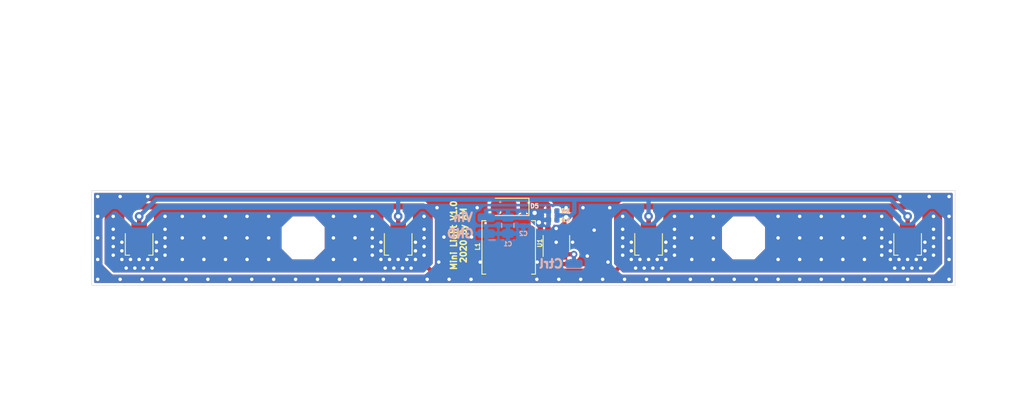
<source format=kicad_pcb>
(kicad_pcb (version 20171130) (host pcbnew 5.1.6)

  (general
    (thickness 1.6)
    (drawings 17)
    (tracks 260)
    (zones 0)
    (modules 18)
    (nets 7)
  )

  (page A4)
  (title_block
    (title MiniLigth)
    (date 2020-06-13)
    (rev V1.0)
    (company "By AM")
  )

  (layers
    (0 F.Cu signal)
    (31 B.Cu signal)
    (32 B.Adhes user)
    (33 F.Adhes user)
    (34 B.Paste user)
    (35 F.Paste user)
    (36 B.SilkS user)
    (37 F.SilkS user)
    (38 B.Mask user)
    (39 F.Mask user)
    (40 Dwgs.User user hide)
    (41 Cmts.User user hide)
    (42 Eco1.User user)
    (43 Eco2.User user hide)
    (44 Edge.Cuts user)
    (45 Margin user hide)
    (46 B.CrtYd user)
    (47 F.CrtYd user)
    (48 B.Fab user hide)
    (49 F.Fab user hide)
  )

  (setup
    (last_trace_width 0.5)
    (user_trace_width 0.45)
    (user_trace_width 0.5)
    (user_trace_width 1)
    (trace_clearance 0.2)
    (zone_clearance 0.254)
    (zone_45_only no)
    (trace_min 0.2)
    (via_size 0.8)
    (via_drill 0.4)
    (via_min_size 0.4)
    (via_min_drill 0.3)
    (user_via 1 0.5)
    (uvia_size 0.3)
    (uvia_drill 0.1)
    (uvias_allowed no)
    (uvia_min_size 0.2)
    (uvia_min_drill 0.1)
    (edge_width 0.05)
    (segment_width 0.2)
    (pcb_text_width 0.3)
    (pcb_text_size 1.5 1.5)
    (mod_edge_width 0.12)
    (mod_text_size 0.5 0.5)
    (mod_text_width 0.125)
    (pad_size 1.1 1.1)
    (pad_drill 0)
    (pad_to_mask_clearance 0.051)
    (solder_mask_min_width 0.25)
    (aux_axis_origin 0 0)
    (visible_elements FFFFFF7F)
    (pcbplotparams
      (layerselection 0x010fc_ffffffff)
      (usegerberextensions false)
      (usegerberattributes false)
      (usegerberadvancedattributes false)
      (creategerberjobfile false)
      (excludeedgelayer true)
      (linewidth 0.100000)
      (plotframeref false)
      (viasonmask false)
      (mode 1)
      (useauxorigin false)
      (hpglpennumber 1)
      (hpglpenspeed 20)
      (hpglpendiameter 15.000000)
      (psnegative false)
      (psa4output false)
      (plotreference true)
      (plotvalue true)
      (plotinvisibletext false)
      (padsonsilk false)
      (subtractmaskfromsilk false)
      (outputformat 1)
      (mirror false)
      (drillshape 1)
      (scaleselection 1)
      (outputdirectory ""))
  )

  (net 0 "")
  (net 1 GND)
  (net 2 Ctrl)
  (net 3 VCC)
  (net 4 "Net-(D5-Pad2)")
  (net 5 "Net-(D1-Pad2)")
  (net 6 "Net-(D1-Pad1)")

  (net_class Default "This is the default net class."
    (clearance 0.2)
    (trace_width 0.25)
    (via_dia 0.8)
    (via_drill 0.4)
    (uvia_dia 0.3)
    (uvia_drill 0.1)
    (add_net Ctrl)
    (add_net GND)
    (add_net "Net-(D1-Pad1)")
    (add_net "Net-(D1-Pad2)")
    (add_net "Net-(D5-Pad2)")
    (add_net VCC)
  )

  (module Connector_Wire:SolderWirePad_1x01_SMD_1x2mm (layer B.Cu) (tedit 5DD6EB27) (tstamp 5EE51FF1)
    (at -4.3 -0.5 270)
    (descr "Wire Pad, Square, SMD Pad,  5mm x 10mm,")
    (tags "MesurementPoint Square SMDPad 5mmx10mm ")
    (path /5EE5739D)
    (attr virtual)
    (fp_text reference J3 (at 0 1.8 90) (layer B.SilkS) hide
      (effects (font (size 0.5 0.5) (thickness 0.125)) (justify mirror))
    )
    (fp_text value Conn_01x01_Male (at 0 -2.54 90) (layer B.Fab)
      (effects (font (size 1 1) (thickness 0.15)) (justify mirror))
    )
    (fp_text user %R (at 0 0 90) (layer B.Fab)
      (effects (font (size 1 1) (thickness 0.15)) (justify mirror))
    )
    (fp_line (start 0.63 1.27) (end -0.63 1.27) (layer B.CrtYd) (width 0.05))
    (fp_line (start 0.63 -1.27) (end 0.63 1.27) (layer B.CrtYd) (width 0.05))
    (fp_line (start -0.63 -1.27) (end 0.63 -1.27) (layer B.CrtYd) (width 0.05))
    (fp_line (start -0.63 1.27) (end -0.63 -1.27) (layer B.CrtYd) (width 0.05))
    (fp_line (start -0.63 1.27) (end 0.63 1.27) (layer B.Fab) (width 0.1))
    (fp_line (start 0.63 1.27) (end 0.63 -1.27) (layer B.Fab) (width 0.1))
    (fp_line (start 0.63 -1.27) (end -0.63 -1.27) (layer B.Fab) (width 0.1))
    (fp_line (start -0.63 -1.27) (end -0.63 1.27) (layer B.Fab) (width 0.1))
    (pad 1 smd roundrect (at 0 0 270) (size 1 2) (layers B.Cu B.Paste B.Mask) (roundrect_rratio 0.25)
      (net 1 GND))
  )

  (module Connector_Wire:SolderWirePad_1x01_SMD_1x2mm (layer B.Cu) (tedit 5DD6EB27) (tstamp 5EE51FE3)
    (at 5.85 3 270)
    (descr "Wire Pad, Square, SMD Pad,  5mm x 10mm,")
    (tags "MesurementPoint Square SMDPad 5mmx10mm ")
    (path /5EE5705D)
    (attr virtual)
    (fp_text reference J2 (at 0 1.85 180) (layer B.SilkS) hide
      (effects (font (size 0.5 0.5) (thickness 0.125)) (justify mirror))
    )
    (fp_text value Conn_01x01_Male (at 0 -2.54 90) (layer B.Fab)
      (effects (font (size 1 1) (thickness 0.15)) (justify mirror))
    )
    (fp_text user %R (at 0 0 90) (layer B.Fab)
      (effects (font (size 1 1) (thickness 0.15)) (justify mirror))
    )
    (fp_line (start 0.63 1.27) (end -0.63 1.27) (layer B.CrtYd) (width 0.05))
    (fp_line (start 0.63 -1.27) (end 0.63 1.27) (layer B.CrtYd) (width 0.05))
    (fp_line (start -0.63 -1.27) (end 0.63 -1.27) (layer B.CrtYd) (width 0.05))
    (fp_line (start -0.63 1.27) (end -0.63 -1.27) (layer B.CrtYd) (width 0.05))
    (fp_line (start -0.63 1.27) (end 0.63 1.27) (layer B.Fab) (width 0.1))
    (fp_line (start 0.63 1.27) (end 0.63 -1.27) (layer B.Fab) (width 0.1))
    (fp_line (start 0.63 -1.27) (end -0.63 -1.27) (layer B.Fab) (width 0.1))
    (fp_line (start -0.63 -1.27) (end -0.63 1.27) (layer B.Fab) (width 0.1))
    (pad 1 smd roundrect (at 0 0 270) (size 1 2) (layers B.Cu B.Paste B.Mask) (roundrect_rratio 0.25)
      (net 2 Ctrl))
  )

  (module Connector_Wire:SolderWirePad_1x01_SMD_1x2mm (layer B.Cu) (tedit 5DD6EB27) (tstamp 5EE51FD5)
    (at -4.3 -2.35 270)
    (descr "Wire Pad, Square, SMD Pad,  5mm x 10mm,")
    (tags "MesurementPoint Square SMDPad 5mmx10mm ")
    (path /5EE56257)
    (attr virtual)
    (fp_text reference J1 (at 0 1.7 90) (layer B.SilkS) hide
      (effects (font (size 0.5 0.5) (thickness 0.125)) (justify mirror))
    )
    (fp_text value Conn_01x01_Male (at 0 -2.54 90) (layer B.Fab)
      (effects (font (size 1 1) (thickness 0.15)) (justify mirror))
    )
    (fp_text user %R (at 0 0 90) (layer B.Fab)
      (effects (font (size 1 1) (thickness 0.15)) (justify mirror))
    )
    (fp_line (start 0.63 1.27) (end -0.63 1.27) (layer B.CrtYd) (width 0.05))
    (fp_line (start 0.63 -1.27) (end 0.63 1.27) (layer B.CrtYd) (width 0.05))
    (fp_line (start -0.63 -1.27) (end 0.63 -1.27) (layer B.CrtYd) (width 0.05))
    (fp_line (start -0.63 1.27) (end -0.63 -1.27) (layer B.CrtYd) (width 0.05))
    (fp_line (start -0.63 1.27) (end 0.63 1.27) (layer B.Fab) (width 0.1))
    (fp_line (start 0.63 1.27) (end 0.63 -1.27) (layer B.Fab) (width 0.1))
    (fp_line (start 0.63 -1.27) (end -0.63 -1.27) (layer B.Fab) (width 0.1))
    (fp_line (start -0.63 -1.27) (end -0.63 1.27) (layer B.Fab) (width 0.1))
    (pad 1 smd roundrect (at 0 0 270) (size 1 2) (layers B.Cu B.Paste B.Mask) (roundrect_rratio 0.25)
      (net 3 VCC))
  )

  (module MountingHole:MountingHole_2.2mm_M2 (layer F.Cu) (tedit 56D1B4CB) (tstamp 5EDD41FE)
    (at 25.5 0)
    (descr "Mounting Hole 2.2mm, no annular, M2")
    (tags "mounting hole 2.2mm no annular m2")
    (path /5EDECAD4)
    (attr virtual)
    (fp_text reference H2 (at 0 -3.2) (layer F.SilkS) hide
      (effects (font (size 0.5 0.5) (thickness 0.125)))
    )
    (fp_text value MountingHole (at 0 3.2) (layer F.Fab)
      (effects (font (size 1 1) (thickness 0.15)))
    )
    (fp_circle (center 0 0) (end 2.45 0) (layer F.CrtYd) (width 0.05))
    (fp_circle (center 0 0) (end 2.2 0) (layer Cmts.User) (width 0.15))
    (fp_text user %R (at 0.3 0) (layer F.Fab)
      (effects (font (size 1 1) (thickness 0.15)))
    )
    (pad 1 np_thru_hole circle (at 0 0) (size 2.2 2.2) (drill 2.2) (layers *.Cu *.Mask))
  )

  (module MountingHole:MountingHole_2.2mm_M2 (layer F.Cu) (tedit 56D1B4CB) (tstamp 5EDD41F6)
    (at -25.5 0)
    (descr "Mounting Hole 2.2mm, no annular, M2")
    (tags "mounting hole 2.2mm no annular m2")
    (path /5EDED6A8)
    (attr virtual)
    (fp_text reference H1 (at 0 -3.2) (layer F.SilkS) hide
      (effects (font (size 0.5 0.5) (thickness 0.125)))
    )
    (fp_text value MountingHole (at 0 3.2) (layer F.Fab)
      (effects (font (size 1 1) (thickness 0.15)))
    )
    (fp_circle (center 0 0) (end 2.45 0) (layer F.CrtYd) (width 0.05))
    (fp_circle (center 0 0) (end 2.2 0) (layer Cmts.User) (width 0.15))
    (fp_text user %R (at 0.3 0) (layer F.Fab)
      (effects (font (size 1 1) (thickness 0.15)))
    )
    (pad 1 np_thru_hole circle (at 0 0) (size 2.2 2.2) (drill 2.2) (layers *.Cu *.Mask))
  )

  (module Package_TO_SOT_SMD:TSOT-23-5 (layer F.Cu) (tedit 5A02FF57) (tstamp 5EDD3B72)
    (at 3.8 0.6 90)
    (descr "5-pin TSOT23 package, http://cds.linear.com/docs/en/packaging/SOT_5_05-08-1635.pdf")
    (tags TSOT-23-5)
    (path /5D6483D2)
    (attr smd)
    (fp_text reference U1 (at 0 -1.9 90) (layer F.SilkS)
      (effects (font (size 0.5 0.5) (thickness 0.125)))
    )
    (fp_text value AL8860WT-7 (at 0 2.5 90) (layer F.Fab)
      (effects (font (size 1 1) (thickness 0.15)))
    )
    (fp_line (start 2.17 1.7) (end -2.17 1.7) (layer F.CrtYd) (width 0.05))
    (fp_line (start 2.17 1.7) (end 2.17 -1.7) (layer F.CrtYd) (width 0.05))
    (fp_line (start -2.17 -1.7) (end -2.17 1.7) (layer F.CrtYd) (width 0.05))
    (fp_line (start -2.17 -1.7) (end 2.17 -1.7) (layer F.CrtYd) (width 0.05))
    (fp_line (start 0.88 -1.45) (end 0.88 1.45) (layer F.Fab) (width 0.1))
    (fp_line (start 0.88 1.45) (end -0.88 1.45) (layer F.Fab) (width 0.1))
    (fp_line (start -0.88 -1) (end -0.88 1.45) (layer F.Fab) (width 0.1))
    (fp_line (start 0.88 -1.45) (end -0.43 -1.45) (layer F.Fab) (width 0.1))
    (fp_line (start -0.88 -1) (end -0.43 -1.45) (layer F.Fab) (width 0.1))
    (fp_line (start 0.88 -1.51) (end -1.55 -1.51) (layer F.SilkS) (width 0.12))
    (fp_line (start -0.88 1.56) (end 0.88 1.56) (layer F.SilkS) (width 0.12))
    (fp_text user %R (at 0 0) (layer F.Fab)
      (effects (font (size 1 1) (thickness 0.15)))
    )
    (pad 5 smd rect (at 1.31 -0.95 90) (size 1.22 0.65) (layers F.Cu F.Paste F.Mask)
      (net 3 VCC))
    (pad 4 smd rect (at 1.31 0.95 90) (size 1.22 0.65) (layers F.Cu F.Paste F.Mask)
      (net 5 "Net-(D1-Pad2)"))
    (pad 3 smd rect (at -1.31 0.95 90) (size 1.22 0.65) (layers F.Cu F.Paste F.Mask)
      (net 2 Ctrl))
    (pad 2 smd rect (at -1.31 0 90) (size 1.22 0.65) (layers F.Cu F.Paste F.Mask)
      (net 1 GND))
    (pad 1 smd rect (at -1.31 -0.95 90) (size 1.22 0.65) (layers F.Cu F.Paste F.Mask)
      (net 4 "Net-(D5-Pad2)"))
    (model ${KISYS3DMOD}/Package_TO_SOT_SMD.3dshapes/TSOT-23-5.wrl
      (at (xyz 0 0 0))
      (scale (xyz 1 1 1))
      (rotate (xyz 0 0 0))
    )
  )

  (module Resistor_SMD:R_0402_1005Metric (layer B.Cu) (tedit 5B301BBD) (tstamp 5EE5351D)
    (at 3.4 -3.1 180)
    (descr "Resistor SMD 0402 (1005 Metric), square (rectangular) end terminal, IPC_7351 nominal, (Body size source: http://www.tortai-tech.com/upload/download/2011102023233369053.pdf), generated with kicad-footprint-generator")
    (tags resistor)
    (path /5EDD7B78)
    (attr smd)
    (fp_text reference R4 (at -1.5 0) (layer B.SilkS)
      (effects (font (size 0.5 0.5) (thickness 0.125)) (justify mirror))
    )
    (fp_text value 1R (at 0 -1.17) (layer B.Fab)
      (effects (font (size 1 1) (thickness 0.15)) (justify mirror))
    )
    (fp_line (start 0.93 -0.47) (end -0.93 -0.47) (layer B.CrtYd) (width 0.05))
    (fp_line (start 0.93 0.47) (end 0.93 -0.47) (layer B.CrtYd) (width 0.05))
    (fp_line (start -0.93 0.47) (end 0.93 0.47) (layer B.CrtYd) (width 0.05))
    (fp_line (start -0.93 -0.47) (end -0.93 0.47) (layer B.CrtYd) (width 0.05))
    (fp_line (start 0.5 -0.25) (end -0.5 -0.25) (layer B.Fab) (width 0.1))
    (fp_line (start 0.5 0.25) (end 0.5 -0.25) (layer B.Fab) (width 0.1))
    (fp_line (start -0.5 0.25) (end 0.5 0.25) (layer B.Fab) (width 0.1))
    (fp_line (start -0.5 -0.25) (end -0.5 0.25) (layer B.Fab) (width 0.1))
    (fp_text user %R (at 0 0) (layer B.Fab)
      (effects (font (size 1 1) (thickness 0.15)) (justify mirror))
    )
    (pad 2 smd roundrect (at 0.485 0 180) (size 0.59 0.64) (layers B.Cu B.Paste B.Mask) (roundrect_rratio 0.25)
      (net 3 VCC))
    (pad 1 smd roundrect (at -0.485 0 180) (size 0.59 0.64) (layers B.Cu B.Paste B.Mask) (roundrect_rratio 0.25)
      (net 5 "Net-(D1-Pad2)"))
    (model ${KISYS3DMOD}/Resistor_SMD.3dshapes/R_0402_1005Metric.wrl
      (at (xyz 0 0 0))
      (scale (xyz 1 1 1))
      (rotate (xyz 0 0 0))
    )
  )

  (module Resistor_SMD:R_0402_1005Metric (layer B.Cu) (tedit 5B301BBD) (tstamp 5EDD3B4E)
    (at 3.4 -2.1 180)
    (descr "Resistor SMD 0402 (1005 Metric), square (rectangular) end terminal, IPC_7351 nominal, (Body size source: http://www.tortai-tech.com/upload/download/2011102023233369053.pdf), generated with kicad-footprint-generator")
    (tags resistor)
    (path /5EDD76B4)
    (attr smd)
    (fp_text reference R3 (at -1.5 0 180) (layer B.SilkS)
      (effects (font (size 0.5 0.5) (thickness 0.125)) (justify mirror))
    )
    (fp_text value 1R (at 0 -1.17 180) (layer B.Fab)
      (effects (font (size 1 1) (thickness 0.15)) (justify mirror))
    )
    (fp_line (start 0.93 -0.47) (end -0.93 -0.47) (layer B.CrtYd) (width 0.05))
    (fp_line (start 0.93 0.47) (end 0.93 -0.47) (layer B.CrtYd) (width 0.05))
    (fp_line (start -0.93 0.47) (end 0.93 0.47) (layer B.CrtYd) (width 0.05))
    (fp_line (start -0.93 -0.47) (end -0.93 0.47) (layer B.CrtYd) (width 0.05))
    (fp_line (start 0.5 -0.25) (end -0.5 -0.25) (layer B.Fab) (width 0.1))
    (fp_line (start 0.5 0.25) (end 0.5 -0.25) (layer B.Fab) (width 0.1))
    (fp_line (start -0.5 0.25) (end 0.5 0.25) (layer B.Fab) (width 0.1))
    (fp_line (start -0.5 -0.25) (end -0.5 0.25) (layer B.Fab) (width 0.1))
    (fp_text user %R (at 0 0 180) (layer B.Fab)
      (effects (font (size 1 1) (thickness 0.15)) (justify mirror))
    )
    (pad 2 smd roundrect (at 0.485 0 180) (size 0.59 0.64) (layers B.Cu B.Paste B.Mask) (roundrect_rratio 0.25)
      (net 3 VCC))
    (pad 1 smd roundrect (at -0.485 0 180) (size 0.59 0.64) (layers B.Cu B.Paste B.Mask) (roundrect_rratio 0.25)
      (net 5 "Net-(D1-Pad2)"))
    (model ${KISYS3DMOD}/Resistor_SMD.3dshapes/R_0402_1005Metric.wrl
      (at (xyz 0 0 0))
      (scale (xyz 1 1 1))
      (rotate (xyz 0 0 0))
    )
  )

  (module Resistor_SMD:R_0402_1005Metric (layer F.Cu) (tedit 5B301BBD) (tstamp 5EDD4F0B)
    (at 3.4 -2.1 180)
    (descr "Resistor SMD 0402 (1005 Metric), square (rectangular) end terminal, IPC_7351 nominal, (Body size source: http://www.tortai-tech.com/upload/download/2011102023233369053.pdf), generated with kicad-footprint-generator")
    (tags resistor)
    (path /5EDD730A)
    (attr smd)
    (fp_text reference R2 (at -1.5 0) (layer F.SilkS)
      (effects (font (size 0.5 0.5) (thickness 0.125)))
    )
    (fp_text value 1R (at 0 1.17 180) (layer F.Fab)
      (effects (font (size 1 1) (thickness 0.15)))
    )
    (fp_line (start 0.93 0.47) (end -0.93 0.47) (layer F.CrtYd) (width 0.05))
    (fp_line (start 0.93 -0.47) (end 0.93 0.47) (layer F.CrtYd) (width 0.05))
    (fp_line (start -0.93 -0.47) (end 0.93 -0.47) (layer F.CrtYd) (width 0.05))
    (fp_line (start -0.93 0.47) (end -0.93 -0.47) (layer F.CrtYd) (width 0.05))
    (fp_line (start 0.5 0.25) (end -0.5 0.25) (layer F.Fab) (width 0.1))
    (fp_line (start 0.5 -0.25) (end 0.5 0.25) (layer F.Fab) (width 0.1))
    (fp_line (start -0.5 -0.25) (end 0.5 -0.25) (layer F.Fab) (width 0.1))
    (fp_line (start -0.5 0.25) (end -0.5 -0.25) (layer F.Fab) (width 0.1))
    (fp_text user %R (at 0 0 180) (layer F.Fab)
      (effects (font (size 1 1) (thickness 0.15)))
    )
    (pad 2 smd roundrect (at 0.485 0 180) (size 0.59 0.64) (layers F.Cu F.Paste F.Mask) (roundrect_rratio 0.25)
      (net 3 VCC))
    (pad 1 smd roundrect (at -0.485 0 180) (size 0.59 0.64) (layers F.Cu F.Paste F.Mask) (roundrect_rratio 0.25)
      (net 5 "Net-(D1-Pad2)"))
    (model ${KISYS3DMOD}/Resistor_SMD.3dshapes/R_0402_1005Metric.wrl
      (at (xyz 0 0 0))
      (scale (xyz 1 1 1))
      (rotate (xyz 0 0 0))
    )
  )

  (module Resistor_SMD:R_0402_1005Metric (layer F.Cu) (tedit 5B301BBD) (tstamp 5EDD3B30)
    (at 3.4 -3.1 180)
    (descr "Resistor SMD 0402 (1005 Metric), square (rectangular) end terminal, IPC_7351 nominal, (Body size source: http://www.tortai-tech.com/upload/download/2011102023233369053.pdf), generated with kicad-footprint-generator")
    (tags resistor)
    (path /5EAC6396)
    (attr smd)
    (fp_text reference R1 (at -1.5 0 180) (layer F.SilkS)
      (effects (font (size 0.5 0.5) (thickness 0.125)))
    )
    (fp_text value 1R (at 0 1.17 180) (layer F.Fab)
      (effects (font (size 1 1) (thickness 0.15)))
    )
    (fp_line (start 0.93 0.47) (end -0.93 0.47) (layer F.CrtYd) (width 0.05))
    (fp_line (start 0.93 -0.47) (end 0.93 0.47) (layer F.CrtYd) (width 0.05))
    (fp_line (start -0.93 -0.47) (end 0.93 -0.47) (layer F.CrtYd) (width 0.05))
    (fp_line (start -0.93 0.47) (end -0.93 -0.47) (layer F.CrtYd) (width 0.05))
    (fp_line (start 0.5 0.25) (end -0.5 0.25) (layer F.Fab) (width 0.1))
    (fp_line (start 0.5 -0.25) (end 0.5 0.25) (layer F.Fab) (width 0.1))
    (fp_line (start -0.5 -0.25) (end 0.5 -0.25) (layer F.Fab) (width 0.1))
    (fp_line (start -0.5 0.25) (end -0.5 -0.25) (layer F.Fab) (width 0.1))
    (fp_text user %R (at 0 0 180) (layer F.Fab)
      (effects (font (size 1 1) (thickness 0.15)))
    )
    (pad 2 smd roundrect (at 0.485 0 180) (size 0.59 0.64) (layers F.Cu F.Paste F.Mask) (roundrect_rratio 0.25)
      (net 3 VCC))
    (pad 1 smd roundrect (at -0.485 0 180) (size 0.59 0.64) (layers F.Cu F.Paste F.Mask) (roundrect_rratio 0.25)
      (net 5 "Net-(D1-Pad2)"))
    (model ${KISYS3DMOD}/Resistor_SMD.3dshapes/R_0402_1005Metric.wrl
      (at (xyz 0 0 0))
      (scale (xyz 1 1 1))
      (rotate (xyz 0 0 0))
    )
  )

  (module Inductor_SMD:L_Bourns_SRN6045TA (layer F.Cu) (tedit 5B61DEEA) (tstamp 5EDD672F)
    (at -1.7 1.1 90)
    (descr http://www.bourns.com/docs/product-datasheets/srn6045ta.pdf)
    (tags "Semi-shielded Power Inductor")
    (path /5D648CFF)
    (attr smd)
    (fp_text reference L1 (at 0.1 -3.6 90) (layer F.SilkS)
      (effects (font (size 0.5 0.5) (thickness 0.125)))
    )
    (fp_text value 47uH (at 0 4.2 90) (layer F.Fab)
      (effects (font (size 1 1) (thickness 0.15)))
    )
    (fp_line (start -3.1 -3.1) (end -3.1 -2.65) (layer F.SilkS) (width 0.12))
    (fp_line (start 3.5 -3.25) (end -3.5 -3.25) (layer F.CrtYd) (width 0.05))
    (fp_line (start -3.5 3.25) (end 3.5 3.25) (layer F.CrtYd) (width 0.05))
    (fp_line (start -3.5 -3.25) (end -3.5 3.25) (layer F.CrtYd) (width 0.05))
    (fp_line (start 3.5 3.25) (end 3.5 -3.25) (layer F.CrtYd) (width 0.05))
    (fp_line (start -3.1 3.1) (end -3.1 2.65) (layer F.SilkS) (width 0.12))
    (fp_line (start 3.1 3.1) (end 3.1 2.65) (layer F.SilkS) (width 0.12))
    (fp_line (start 3.1 3.1) (end -3.1 3.1) (layer F.SilkS) (width 0.12))
    (fp_line (start 3.1 -3.1) (end 3.1 -2.65) (layer F.SilkS) (width 0.12))
    (fp_line (start -3.1 -3.1) (end 3.1 -3.1) (layer F.SilkS) (width 0.12))
    (fp_line (start 3 3) (end 3 -3) (layer F.Fab) (width 0.1))
    (fp_line (start -3 3) (end 3 3) (layer F.Fab) (width 0.1))
    (fp_line (start -3 -3) (end -3 3) (layer F.Fab) (width 0.1))
    (fp_line (start -3 -3) (end 3 -3) (layer F.Fab) (width 0.1))
    (fp_text user %R (at 0 0) (layer F.Fab)
      (effects (font (size 1 1) (thickness 0.15)))
    )
    (pad 2 smd rect (at 2.075 0 90) (size 2.35 5.1) (layers F.Cu F.Paste F.Mask)
      (net 4 "Net-(D5-Pad2)"))
    (pad 1 smd rect (at -2.075 0 90) (size 2.35 5.1) (layers F.Cu F.Paste F.Mask)
      (net 6 "Net-(D1-Pad1)"))
    (model ${KISYS3DMOD}/Inductor_SMD.3dshapes/L_Bourns_SRN6045TA.wrl
      (at (xyz 0 0 0))
      (scale (xyz 1 1 1))
      (rotate (xyz 0 0 0))
    )
  )

  (module Diode_SMD:D_SOD-123 (layer F.Cu) (tedit 58645DC7) (tstamp 5EDD3AEA)
    (at -1.6 -3.6 180)
    (descr SOD-123)
    (tags SOD-123)
    (path /5D64C25E)
    (attr smd)
    (fp_text reference D5 (at -2.9 0.1) (layer F.SilkS)
      (effects (font (size 0.5 0.5) (thickness 0.125)))
    )
    (fp_text value PMEG40T10ERX (at 0 2.1) (layer F.Fab)
      (effects (font (size 1 1) (thickness 0.15)))
    )
    (fp_line (start -2.25 -1) (end 1.65 -1) (layer F.SilkS) (width 0.12))
    (fp_line (start -2.25 1) (end 1.65 1) (layer F.SilkS) (width 0.12))
    (fp_line (start -2.35 -1.15) (end -2.35 1.15) (layer F.CrtYd) (width 0.05))
    (fp_line (start 2.35 1.15) (end -2.35 1.15) (layer F.CrtYd) (width 0.05))
    (fp_line (start 2.35 -1.15) (end 2.35 1.15) (layer F.CrtYd) (width 0.05))
    (fp_line (start -2.35 -1.15) (end 2.35 -1.15) (layer F.CrtYd) (width 0.05))
    (fp_line (start -1.4 -0.9) (end 1.4 -0.9) (layer F.Fab) (width 0.1))
    (fp_line (start 1.4 -0.9) (end 1.4 0.9) (layer F.Fab) (width 0.1))
    (fp_line (start 1.4 0.9) (end -1.4 0.9) (layer F.Fab) (width 0.1))
    (fp_line (start -1.4 0.9) (end -1.4 -0.9) (layer F.Fab) (width 0.1))
    (fp_line (start -0.75 0) (end -0.35 0) (layer F.Fab) (width 0.1))
    (fp_line (start -0.35 0) (end -0.35 -0.55) (layer F.Fab) (width 0.1))
    (fp_line (start -0.35 0) (end -0.35 0.55) (layer F.Fab) (width 0.1))
    (fp_line (start -0.35 0) (end 0.25 -0.4) (layer F.Fab) (width 0.1))
    (fp_line (start 0.25 -0.4) (end 0.25 0.4) (layer F.Fab) (width 0.1))
    (fp_line (start 0.25 0.4) (end -0.35 0) (layer F.Fab) (width 0.1))
    (fp_line (start 0.25 0) (end 0.75 0) (layer F.Fab) (width 0.1))
    (fp_line (start -2.25 -1) (end -2.25 1) (layer F.SilkS) (width 0.12))
    (fp_text user %R (at 0 -2) (layer F.Fab)
      (effects (font (size 1 1) (thickness 0.15)))
    )
    (pad 2 smd rect (at 1.65 0 180) (size 0.9 1.2) (layers F.Cu F.Paste F.Mask)
      (net 4 "Net-(D5-Pad2)"))
    (pad 1 smd rect (at -1.65 0 180) (size 0.9 1.2) (layers F.Cu F.Paste F.Mask)
      (net 3 VCC))
    (model ${KISYS3DMOD}/Diode_SMD.3dshapes/D_SOD-123.wrl
      (at (xyz 0 0 0))
      (scale (xyz 1 1 1))
      (rotate (xyz 0 0 0))
    )
  )

  (module mini_light:LED_Cree-JE (layer F.Cu) (tedit 5DA34BA9) (tstamp 5EDD3AD1)
    (at 44.5 0 90)
    (descr https://www.cree.com/led-components/media/documents/data-sheet-JSeries-2835-HE.pdf)
    (tags "LED Cree XH")
    (path /5DA5B5DE)
    (attr smd)
    (fp_text reference D4 (at 0.3 -2.4 90) (layer F.SilkS) hide
      (effects (font (size 0.5 0.5) (thickness 0.125)))
    )
    (fp_text value "JE2835 HE" (at 0.3 2.7 90) (layer F.Fab)
      (effects (font (size 1 1) (thickness 0.15)))
    )
    (fp_line (start -1.75 -1.4) (end 1.75 -1.4) (layer F.Fab) (width 0.1))
    (fp_line (start 1.75 -1.4) (end 1.75 1.4) (layer F.Fab) (width 0.1))
    (fp_line (start 1.75 1.4) (end -1.75 1.4) (layer F.Fab) (width 0.1))
    (fp_line (start -1.75 1.4) (end -1.75 -1.4) (layer F.Fab) (width 0.1))
    (fp_line (start -2.1 -1.7) (end -2.1 1.7) (layer F.CrtYd) (width 0.05))
    (fp_line (start -2.1 1.7) (end 2.3 1.7) (layer F.CrtYd) (width 0.05))
    (fp_line (start 2.3 1.7) (end 2.3 -1.7) (layer F.CrtYd) (width 0.05))
    (fp_line (start 2.3 -1.7) (end -2.1 -1.7) (layer F.CrtYd) (width 0.05))
    (fp_line (start 0.5 -1.6) (end -2 -1.6) (layer F.SilkS) (width 0.12))
    (fp_line (start -2 -1.6) (end -2 -1.1) (layer F.SilkS) (width 0.12))
    (fp_line (start -2 1.1) (end -2 1.6) (layer F.SilkS) (width 0.12))
    (fp_line (start -2 1.6) (end 0.5 1.6) (layer F.SilkS) (width 0.12))
    (fp_line (start 1.05 0) (end 0.55 0) (layer F.Fab) (width 0.1))
    (fp_line (start -0.95 0) (end -0.45 0) (layer F.Fab) (width 0.1))
    (fp_line (start -0.45 -0.5) (end -0.45 0.5) (layer F.Fab) (width 0.1))
    (fp_line (start -0.45 0) (end 0.55 -0.5) (layer F.Fab) (width 0.1))
    (fp_line (start 0.55 -0.5) (end 0.55 0.5) (layer F.Fab) (width 0.1))
    (fp_line (start 0.55 0.5) (end -0.45 0) (layer F.Fab) (width 0.1))
    (fp_text user %R (at 0.3 0 90) (layer F.Fab)
      (effects (font (size 1 1) (thickness 0.15)))
    )
    (pad 2 smd rect (at 1.25 0 90) (size 0.79 1.44) (layers F.Cu F.Paste)
      (net 5 "Net-(D1-Pad2)"))
    (pad 1 smd rect (at -0.73 0 90) (size 1.65 1.44) (layers F.Cu F.Paste)
      (net 6 "Net-(D1-Pad1)"))
    (pad 2 smd rect (at 1.75 0 90) (size 0.6 0.5) (layers F.Cu F.Mask)
      (net 5 "Net-(D1-Pad2)"))
    (pad 2 smd rect (at 1.25 0 90) (size 0.99 1.8) (layers F.Cu F.Mask)
      (net 5 "Net-(D1-Pad2)"))
    (pad 1 smd rect (at -0.73 0 90) (size 2.06 1.8) (layers F.Cu F.Mask)
      (net 6 "Net-(D1-Pad1)"))
    (model ${KIPRJMOD}/packages3d/Cree_J-2835-3D.step
      (offset (xyz 0 0.09 -3.5))
      (scale (xyz 1 1 1))
      (rotate (xyz 0 0 0))
    )
  )

  (module mini_light:LED_Cree-JE (layer F.Cu) (tedit 5DA34BA9) (tstamp 5EDD3AB5)
    (at 14.5 0 90)
    (descr https://www.cree.com/led-components/media/documents/data-sheet-JSeries-2835-HE.pdf)
    (tags "LED Cree XH")
    (path /5DA59699)
    (attr smd)
    (fp_text reference D3 (at 0.3 -2.4 90) (layer F.SilkS) hide
      (effects (font (size 0.5 0.5) (thickness 0.125)))
    )
    (fp_text value "JE2835 HE" (at 0.3 2.7 90) (layer F.Fab)
      (effects (font (size 1 1) (thickness 0.15)))
    )
    (fp_line (start -1.75 -1.4) (end 1.75 -1.4) (layer F.Fab) (width 0.1))
    (fp_line (start 1.75 -1.4) (end 1.75 1.4) (layer F.Fab) (width 0.1))
    (fp_line (start 1.75 1.4) (end -1.75 1.4) (layer F.Fab) (width 0.1))
    (fp_line (start -1.75 1.4) (end -1.75 -1.4) (layer F.Fab) (width 0.1))
    (fp_line (start -2.1 -1.7) (end -2.1 1.7) (layer F.CrtYd) (width 0.05))
    (fp_line (start -2.1 1.7) (end 2.3 1.7) (layer F.CrtYd) (width 0.05))
    (fp_line (start 2.3 1.7) (end 2.3 -1.7) (layer F.CrtYd) (width 0.05))
    (fp_line (start 2.3 -1.7) (end -2.1 -1.7) (layer F.CrtYd) (width 0.05))
    (fp_line (start 0.5 -1.6) (end -2 -1.6) (layer F.SilkS) (width 0.12))
    (fp_line (start -2 -1.6) (end -2 -1.1) (layer F.SilkS) (width 0.12))
    (fp_line (start -2 1.1) (end -2 1.6) (layer F.SilkS) (width 0.12))
    (fp_line (start -2 1.6) (end 0.5 1.6) (layer F.SilkS) (width 0.12))
    (fp_line (start 1.05 0) (end 0.55 0) (layer F.Fab) (width 0.1))
    (fp_line (start -0.95 0) (end -0.45 0) (layer F.Fab) (width 0.1))
    (fp_line (start -0.45 -0.5) (end -0.45 0.5) (layer F.Fab) (width 0.1))
    (fp_line (start -0.45 0) (end 0.55 -0.5) (layer F.Fab) (width 0.1))
    (fp_line (start 0.55 -0.5) (end 0.55 0.5) (layer F.Fab) (width 0.1))
    (fp_line (start 0.55 0.5) (end -0.45 0) (layer F.Fab) (width 0.1))
    (fp_text user %R (at 0.3 0 90) (layer F.Fab)
      (effects (font (size 1 1) (thickness 0.15)))
    )
    (pad 2 smd rect (at 1.25 0 90) (size 0.79 1.44) (layers F.Cu F.Paste)
      (net 5 "Net-(D1-Pad2)"))
    (pad 1 smd rect (at -0.73 0 90) (size 1.65 1.44) (layers F.Cu F.Paste)
      (net 6 "Net-(D1-Pad1)"))
    (pad 2 smd rect (at 1.75 0 90) (size 0.6 0.5) (layers F.Cu F.Mask)
      (net 5 "Net-(D1-Pad2)"))
    (pad 2 smd rect (at 1.25 0 90) (size 0.99 1.8) (layers F.Cu F.Mask)
      (net 5 "Net-(D1-Pad2)"))
    (pad 1 smd rect (at -0.73 0 90) (size 2.06 1.8) (layers F.Cu F.Mask)
      (net 6 "Net-(D1-Pad1)"))
    (model ${KIPRJMOD}/packages3d/Cree_J-2835-3D.step
      (offset (xyz 0 0.09 -3.5))
      (scale (xyz 1 1 1))
      (rotate (xyz 0 0 0))
    )
  )

  (module mini_light:LED_Cree-JE (layer F.Cu) (tedit 5DA34BA9) (tstamp 5EDD3A99)
    (at -14.5 0 90)
    (descr https://www.cree.com/led-components/media/documents/data-sheet-JSeries-2835-HE.pdf)
    (tags "LED Cree XH")
    (path /5D7739A1)
    (attr smd)
    (fp_text reference D2 (at 0.3 -2.4 90) (layer F.SilkS) hide
      (effects (font (size 0.5 0.5) (thickness 0.125)))
    )
    (fp_text value "JE2835 HE" (at 0.3 2.7 90) (layer F.Fab)
      (effects (font (size 1 1) (thickness 0.15)))
    )
    (fp_line (start -1.75 -1.4) (end 1.75 -1.4) (layer F.Fab) (width 0.1))
    (fp_line (start 1.75 -1.4) (end 1.75 1.4) (layer F.Fab) (width 0.1))
    (fp_line (start 1.75 1.4) (end -1.75 1.4) (layer F.Fab) (width 0.1))
    (fp_line (start -1.75 1.4) (end -1.75 -1.4) (layer F.Fab) (width 0.1))
    (fp_line (start -2.1 -1.7) (end -2.1 1.7) (layer F.CrtYd) (width 0.05))
    (fp_line (start -2.1 1.7) (end 2.3 1.7) (layer F.CrtYd) (width 0.05))
    (fp_line (start 2.3 1.7) (end 2.3 -1.7) (layer F.CrtYd) (width 0.05))
    (fp_line (start 2.3 -1.7) (end -2.1 -1.7) (layer F.CrtYd) (width 0.05))
    (fp_line (start 0.5 -1.6) (end -2 -1.6) (layer F.SilkS) (width 0.12))
    (fp_line (start -2 -1.6) (end -2 -1.1) (layer F.SilkS) (width 0.12))
    (fp_line (start -2 1.1) (end -2 1.6) (layer F.SilkS) (width 0.12))
    (fp_line (start -2 1.6) (end 0.5 1.6) (layer F.SilkS) (width 0.12))
    (fp_line (start 1.05 0) (end 0.55 0) (layer F.Fab) (width 0.1))
    (fp_line (start -0.95 0) (end -0.45 0) (layer F.Fab) (width 0.1))
    (fp_line (start -0.45 -0.5) (end -0.45 0.5) (layer F.Fab) (width 0.1))
    (fp_line (start -0.45 0) (end 0.55 -0.5) (layer F.Fab) (width 0.1))
    (fp_line (start 0.55 -0.5) (end 0.55 0.5) (layer F.Fab) (width 0.1))
    (fp_line (start 0.55 0.5) (end -0.45 0) (layer F.Fab) (width 0.1))
    (fp_text user %R (at 0.3 0 90) (layer F.Fab)
      (effects (font (size 1 1) (thickness 0.15)))
    )
    (pad 2 smd rect (at 1.25 0 90) (size 0.79 1.44) (layers F.Cu F.Paste)
      (net 5 "Net-(D1-Pad2)"))
    (pad 1 smd rect (at -0.73 0 90) (size 1.65 1.44) (layers F.Cu F.Paste)
      (net 6 "Net-(D1-Pad1)"))
    (pad 2 smd rect (at 1.75 0 90) (size 0.6 0.5) (layers F.Cu F.Mask)
      (net 5 "Net-(D1-Pad2)"))
    (pad 2 smd rect (at 1.25 0 90) (size 0.99 1.8) (layers F.Cu F.Mask)
      (net 5 "Net-(D1-Pad2)"))
    (pad 1 smd rect (at -0.73 0 90) (size 2.06 1.8) (layers F.Cu F.Mask)
      (net 6 "Net-(D1-Pad1)"))
    (model ${KIPRJMOD}/packages3d/Cree_J-2835-3D.step
      (offset (xyz 0 0.09 -3.5))
      (scale (xyz 1 1 1))
      (rotate (xyz 0 0 0))
    )
  )

  (module mini_light:LED_Cree-JE (layer F.Cu) (tedit 5DA34BA9) (tstamp 5EDD3A7D)
    (at -44.5 0 90)
    (descr https://www.cree.com/led-components/media/documents/data-sheet-JSeries-2835-HE.pdf)
    (tags "LED Cree XH")
    (path /5D6494B6)
    (attr smd)
    (fp_text reference D1 (at 0.3 -2.4 90) (layer F.SilkS) hide
      (effects (font (size 0.5 0.5) (thickness 0.125)))
    )
    (fp_text value "JE2835 HE" (at 0.3 2.7 90) (layer F.Fab)
      (effects (font (size 1 1) (thickness 0.15)))
    )
    (fp_line (start -1.75 -1.4) (end 1.75 -1.4) (layer F.Fab) (width 0.1))
    (fp_line (start 1.75 -1.4) (end 1.75 1.4) (layer F.Fab) (width 0.1))
    (fp_line (start 1.75 1.4) (end -1.75 1.4) (layer F.Fab) (width 0.1))
    (fp_line (start -1.75 1.4) (end -1.75 -1.4) (layer F.Fab) (width 0.1))
    (fp_line (start -2.1 -1.7) (end -2.1 1.7) (layer F.CrtYd) (width 0.05))
    (fp_line (start -2.1 1.7) (end 2.3 1.7) (layer F.CrtYd) (width 0.05))
    (fp_line (start 2.3 1.7) (end 2.3 -1.7) (layer F.CrtYd) (width 0.05))
    (fp_line (start 2.3 -1.7) (end -2.1 -1.7) (layer F.CrtYd) (width 0.05))
    (fp_line (start 0.5 -1.6) (end -2 -1.6) (layer F.SilkS) (width 0.12))
    (fp_line (start -2 -1.6) (end -2 -1.1) (layer F.SilkS) (width 0.12))
    (fp_line (start -2 1.1) (end -2 1.6) (layer F.SilkS) (width 0.12))
    (fp_line (start -2 1.6) (end 0.5 1.6) (layer F.SilkS) (width 0.12))
    (fp_line (start 1.05 0) (end 0.55 0) (layer F.Fab) (width 0.1))
    (fp_line (start -0.95 0) (end -0.45 0) (layer F.Fab) (width 0.1))
    (fp_line (start -0.45 -0.5) (end -0.45 0.5) (layer F.Fab) (width 0.1))
    (fp_line (start -0.45 0) (end 0.55 -0.5) (layer F.Fab) (width 0.1))
    (fp_line (start 0.55 -0.5) (end 0.55 0.5) (layer F.Fab) (width 0.1))
    (fp_line (start 0.55 0.5) (end -0.45 0) (layer F.Fab) (width 0.1))
    (fp_text user %R (at 0.3 0 90) (layer F.Fab)
      (effects (font (size 1 1) (thickness 0.15)))
    )
    (pad 2 smd rect (at 1.25 0 90) (size 0.79 1.44) (layers F.Cu F.Paste)
      (net 5 "Net-(D1-Pad2)"))
    (pad 1 smd rect (at -0.73 0 90) (size 1.65 1.44) (layers F.Cu F.Paste)
      (net 6 "Net-(D1-Pad1)"))
    (pad 2 smd rect (at 1.75 0 90) (size 0.6 0.5) (layers F.Cu F.Mask)
      (net 5 "Net-(D1-Pad2)"))
    (pad 2 smd rect (at 1.25 0 90) (size 0.99 1.8) (layers F.Cu F.Mask)
      (net 5 "Net-(D1-Pad2)"))
    (pad 1 smd rect (at -0.73 0 90) (size 2.06 1.8) (layers F.Cu F.Mask)
      (net 6 "Net-(D1-Pad1)"))
    (model ${KIPRJMOD}/packages3d/Cree_J-2835-3D.step
      (offset (xyz 0 0.09 -3.5))
      (scale (xyz 1 1 1))
      (rotate (xyz 0 0 0))
    )
  )

  (module Capacitor_SMD:C_0402_1005Metric (layer B.Cu) (tedit 5B301BBE) (tstamp 5EE531BE)
    (at 0 -1.9 270)
    (descr "Capacitor SMD 0402 (1005 Metric), square (rectangular) end terminal, IPC_7351 nominal, (Body size source: http://www.tortai-tech.com/upload/download/2011102023233369053.pdf), generated with kicad-footprint-generator")
    (tags capacitor)
    (path /5D7D6AB4)
    (attr smd)
    (fp_text reference C2 (at 1.4 0) (layer B.SilkS)
      (effects (font (size 0.5 0.5) (thickness 0.125)) (justify mirror))
    )
    (fp_text value 100nF (at 0 -1.17 270) (layer B.Fab)
      (effects (font (size 1 1) (thickness 0.15)) (justify mirror))
    )
    (fp_line (start 0.93 -0.47) (end -0.93 -0.47) (layer B.CrtYd) (width 0.05))
    (fp_line (start 0.93 0.47) (end 0.93 -0.47) (layer B.CrtYd) (width 0.05))
    (fp_line (start -0.93 0.47) (end 0.93 0.47) (layer B.CrtYd) (width 0.05))
    (fp_line (start -0.93 -0.47) (end -0.93 0.47) (layer B.CrtYd) (width 0.05))
    (fp_line (start 0.5 -0.25) (end -0.5 -0.25) (layer B.Fab) (width 0.1))
    (fp_line (start 0.5 0.25) (end 0.5 -0.25) (layer B.Fab) (width 0.1))
    (fp_line (start -0.5 0.25) (end 0.5 0.25) (layer B.Fab) (width 0.1))
    (fp_line (start -0.5 -0.25) (end -0.5 0.25) (layer B.Fab) (width 0.1))
    (fp_text user %R (at 0 0 270) (layer B.Fab)
      (effects (font (size 1 1) (thickness 0.15)) (justify mirror))
    )
    (pad 2 smd roundrect (at 0.485 0 270) (size 0.59 0.64) (layers B.Cu B.Paste B.Mask) (roundrect_rratio 0.25)
      (net 1 GND))
    (pad 1 smd roundrect (at -0.485 0 270) (size 0.59 0.64) (layers B.Cu B.Paste B.Mask) (roundrect_rratio 0.25)
      (net 3 VCC))
    (model ${KISYS3DMOD}/Capacitor_SMD.3dshapes/C_0402_1005Metric.wrl
      (at (xyz 0 0 0))
      (scale (xyz 1 1 1))
      (rotate (xyz 0 0 0))
    )
  )

  (module Capacitor_SMD:C_0805_2012Metric (layer B.Cu) (tedit 5B36C52B) (tstamp 5EDD3A52)
    (at -1.8 -1.45 270)
    (descr "Capacitor SMD 0805 (2012 Metric), square (rectangular) end terminal, IPC_7351 nominal, (Body size source: https://docs.google.com/spreadsheets/d/1BsfQQcO9C6DZCsRaXUlFlo91Tg2WpOkGARC1WS5S8t0/edit?usp=sharing), generated with kicad-footprint-generator")
    (tags capacitor)
    (path /5D7D6AAE)
    (attr smd)
    (fp_text reference C1 (at 2.15 0) (layer B.SilkS)
      (effects (font (size 0.5 0.5) (thickness 0.125)) (justify mirror))
    )
    (fp_text value 10uF (at 0 -1.65 270) (layer B.Fab)
      (effects (font (size 1 1) (thickness 0.15)) (justify mirror))
    )
    (fp_line (start 1.68 -0.95) (end -1.68 -0.95) (layer B.CrtYd) (width 0.05))
    (fp_line (start 1.68 0.95) (end 1.68 -0.95) (layer B.CrtYd) (width 0.05))
    (fp_line (start -1.68 0.95) (end 1.68 0.95) (layer B.CrtYd) (width 0.05))
    (fp_line (start -1.68 -0.95) (end -1.68 0.95) (layer B.CrtYd) (width 0.05))
    (fp_line (start -0.258578 -0.71) (end 0.258578 -0.71) (layer B.SilkS) (width 0.12))
    (fp_line (start -0.258578 0.71) (end 0.258578 0.71) (layer B.SilkS) (width 0.12))
    (fp_line (start 1 -0.6) (end -1 -0.6) (layer B.Fab) (width 0.1))
    (fp_line (start 1 0.6) (end 1 -0.6) (layer B.Fab) (width 0.1))
    (fp_line (start -1 0.6) (end 1 0.6) (layer B.Fab) (width 0.1))
    (fp_line (start -1 -0.6) (end -1 0.6) (layer B.Fab) (width 0.1))
    (fp_text user %R (at 0 0 270) (layer B.Fab)
      (effects (font (size 1 1) (thickness 0.15)) (justify mirror))
    )
    (pad 2 smd roundrect (at 0.9375 0 270) (size 0.975 1.4) (layers B.Cu B.Paste B.Mask) (roundrect_rratio 0.25)
      (net 1 GND))
    (pad 1 smd roundrect (at -0.9375 0 270) (size 0.975 1.4) (layers B.Cu B.Paste B.Mask) (roundrect_rratio 0.25)
      (net 3 VCC))
    (model ${KISYS3DMOD}/Capacitor_SMD.3dshapes/C_0805_2012Metric.wrl
      (at (xyz 0 0 0))
      (scale (xyz 1 1 1))
      (rotate (xyz 0 0 0))
    )
  )

  (gr_text "Mini Light V1.0\n2020 By AM" (at -7.5 -0.3 90) (layer F.SilkS)
    (effects (font (size 0.7 0.7) (thickness 0.175)))
  )
  (gr_text Ctrl (at 3.2 3) (layer B.SilkS)
    (effects (font (size 1 1) (thickness 0.25)) (justify mirror))
  )
  (gr_text GND (at -7.3 -0.5) (layer B.SilkS)
    (effects (font (size 1 1) (thickness 0.25)) (justify mirror))
  )
  (gr_text Vin (at -7 -2.4) (layer B.SilkS)
    (effects (font (size 1 1) (thickness 0.25)) (justify mirror))
  )
  (gr_poly (pts (xy -43.7 -1.125) (xy -41.9 -2.925) (xy -17.1 -2.925) (xy -15.3 -1.125) (xy -13.75 -1.125) (xy -11.85 -3.025) (xy -11.5 -3.025) (xy -10.55 -2.075) (xy -10.55 3.025) (xy -11.5 3.975) (xy -47.5 3.975) (xy -48.45 3.025) (xy -48.45 -2.025) (xy -47.5 -3.025) (xy -47.15 -3.025) (xy -45.25 -1.125)) (layer B.Mask) (width 0.1) (tstamp 5EE54485))
  (gr_poly (pts (xy -11.5 -4) (xy -10.5 -3) (xy -10.5 2.9) (xy -11.5 4) (xy -47.5 4) (xy -48.5 3) (xy -48.5 -3) (xy -47.5 -4)) (layer F.Mask) (width 0.1) (tstamp 5EE54439))
  (gr_poly (pts (xy 47.5 -4) (xy 48.5 -3) (xy 48.5 2.9) (xy 47.5 4) (xy 11.5 4) (xy 10.5 3) (xy 10.5 -3) (xy 11.5 -4)) (layer F.Mask) (width 0.1) (tstamp 5EDD9DF1))
  (gr_poly (pts (xy 15.3 -1.15) (xy 17.1 -2.95) (xy 41.9 -2.95) (xy 43.7 -1.15) (xy 45.25 -1.15) (xy 47.15 -3.05) (xy 47.5 -3.05) (xy 48.45 -2.1) (xy 48.45 3) (xy 47.5 3.95) (xy 11.5 3.95) (xy 10.55 3) (xy 10.55 -2.05) (xy 11.5 -3.05) (xy 11.85 -3.05) (xy 13.75 -1.15)) (layer B.Mask) (width 0.1))
  (gr_poly (pts (xy 49.84 2.32) (xy 46.52 5.4) (xy 40.5 2.64) (xy 49.68 -1.56)) (layer Dwgs.User) (width 0.1))
  (gr_line (start 50 -5.5) (end -50 -5.5) (layer Edge.Cuts) (width 0.05) (tstamp 5EDD4708))
  (gr_line (start 50 5.5) (end 50 -5.5) (layer Edge.Cuts) (width 0.05))
  (gr_line (start -50 5.5) (end 50 5.5) (layer Edge.Cuts) (width 0.05))
  (gr_line (start -50 -5.5) (end -50 5.5) (layer Edge.Cuts) (width 0.05))
  (gr_line (start -51 6.5) (end -51 -6.5) (layer Eco1.User) (width 0.15) (tstamp 5EDD43A3))
  (gr_line (start 51 6.5) (end -51 6.5) (layer Eco1.User) (width 0.15))
  (gr_line (start 51 -6.5) (end 51 6.5) (layer Eco1.User) (width 0.15))
  (gr_line (start -51 -6.5) (end 51 -6.5) (layer Eco1.User) (width 0.15))

  (via (at -49.3 -4.8) (size 0.8) (drill 0.4) (layers F.Cu B.Cu) (net 1))
  (via (at 49.3 -4.8) (size 0.8) (drill 0.4) (layers F.Cu B.Cu) (net 1))
  (via (at 49.3 4.8) (size 0.8) (drill 0.4) (layers F.Cu B.Cu) (net 1))
  (via (at -49.3 4.8) (size 0.8) (drill 0.4) (layers F.Cu B.Cu) (net 1))
  (via (at 4.95 -3.5) (size 0.8) (drill 0.4) (layers F.Cu B.Cu) (net 1))
  (via (at -5.35 -3.5) (size 0.8) (drill 0.4) (layers F.Cu B.Cu) (net 1))
  (via (at 3.8 0.5) (size 0.8) (drill 0.4) (layers F.Cu B.Cu) (net 1))
  (via (at 6.9 -3.5) (size 0.8) (drill 0.4) (layers F.Cu B.Cu) (net 1))
  (via (at 10 -3.5) (size 0.8) (drill 0.4) (layers F.Cu B.Cu) (net 1))
  (via (at -10 -3.5) (size 0.8) (drill 0.4) (layers F.Cu B.Cu) (net 1))
  (via (at -43.5 -4.8) (size 0.8) (drill 0.4) (layers F.Cu B.Cu) (net 1))
  (via (at 43.6 -4.8) (size 0.8) (drill 0.4) (layers F.Cu B.Cu) (net 1))
  (via (at 37 4.8) (size 0.8) (drill 0.4) (layers F.Cu B.Cu) (net 1))
  (via (at 34.5 4.8) (size 0.8) (drill 0.4) (layers F.Cu B.Cu) (net 1))
  (via (at 32 4.8) (size 0.8) (drill 0.4) (layers F.Cu B.Cu) (net 1))
  (via (at 29.5 4.8) (size 0.8) (drill 0.4) (layers F.Cu B.Cu) (net 1))
  (via (at 39.5 4.8) (size 0.8) (drill 0.4) (layers F.Cu B.Cu) (net 1) (tstamp 5EE54776))
  (via (at 42 4.8) (size 0.8) (drill 0.4) (layers F.Cu B.Cu) (net 1) (tstamp 5EE54777))
  (via (at 44.5 4.8) (size 0.8) (drill 0.4) (layers F.Cu B.Cu) (net 1) (tstamp 5EE54778))
  (via (at 47 4.8) (size 0.8) (drill 0.4) (layers F.Cu B.Cu) (net 1) (tstamp 5EE54779))
  (via (at 26.96 4.8) (size 0.8) (drill 0.4) (layers F.Cu B.Cu) (net 1) (tstamp 5EE547BB))
  (via (at 24.42 4.8) (size 0.8) (drill 0.4) (layers F.Cu B.Cu) (net 1) (tstamp 5EE547BD))
  (via (at 21.88 4.8) (size 0.8) (drill 0.4) (layers F.Cu B.Cu) (net 1) (tstamp 5EE547BF))
  (via (at 19.34 4.8) (size 0.8) (drill 0.4) (layers F.Cu B.Cu) (net 1) (tstamp 5EE547C1))
  (via (at 16.8 4.8) (size 0.8) (drill 0.4) (layers F.Cu B.Cu) (net 1) (tstamp 5EE547C3))
  (via (at 14.26 4.8) (size 0.8) (drill 0.4) (layers F.Cu B.Cu) (net 1) (tstamp 5EE547C5))
  (via (at 11.72 4.8) (size 0.8) (drill 0.4) (layers F.Cu B.Cu) (net 1) (tstamp 5EE547C7))
  (via (at -13.68 4.8) (size 0.8) (drill 0.4) (layers F.Cu B.Cu) (net 1) (tstamp 5EE547DB))
  (via (at -16.22 4.8) (size 0.8) (drill 0.4) (layers F.Cu B.Cu) (net 1) (tstamp 5EE547DD))
  (via (at -18.76 4.8) (size 0.8) (drill 0.4) (layers F.Cu B.Cu) (net 1) (tstamp 5EE547DF))
  (via (at -21.3 4.8) (size 0.8) (drill 0.4) (layers F.Cu B.Cu) (net 1) (tstamp 5EE547E1))
  (via (at -23.84 4.8) (size 0.8) (drill 0.4) (layers F.Cu B.Cu) (net 1) (tstamp 5EE547E3))
  (via (at -26.38 4.8) (size 0.8) (drill 0.4) (layers F.Cu B.Cu) (net 1) (tstamp 5EE547E5))
  (via (at -28.92 4.8) (size 0.8) (drill 0.4) (layers F.Cu B.Cu) (net 1) (tstamp 5EE547E7))
  (via (at -31.46 4.8) (size 0.8) (drill 0.4) (layers F.Cu B.Cu) (net 1) (tstamp 5EE547E9))
  (via (at -34 4.8) (size 0.8) (drill 0.4) (layers F.Cu B.Cu) (net 1) (tstamp 5EE547EB))
  (via (at -36.54 4.8) (size 0.8) (drill 0.4) (layers F.Cu B.Cu) (net 1) (tstamp 5EE547ED))
  (via (at -39.08 4.8) (size 0.8) (drill 0.4) (layers F.Cu B.Cu) (net 1) (tstamp 5EE547EF))
  (via (at -41.62 4.8) (size 0.8) (drill 0.4) (layers F.Cu B.Cu) (net 1) (tstamp 5EE547F1))
  (via (at -44.16 4.8) (size 0.8) (drill 0.4) (layers F.Cu B.Cu) (net 1) (tstamp 5EE547F3))
  (via (at -46.7 4.8) (size 0.8) (drill 0.4) (layers F.Cu B.Cu) (net 1) (tstamp 5EE547F5))
  (via (at 47 -4.8) (size 0.8) (drill 0.4) (layers F.Cu B.Cu) (net 1))
  (via (at -46.7 -4.8) (size 0.8) (drill 0.4) (layers F.Cu B.Cu) (net 1))
  (via (at -49.3 0) (size 0.8) (drill 0.4) (layers F.Cu B.Cu) (net 1))
  (via (at -49.3 2.5) (size 0.8) (drill 0.4) (layers F.Cu B.Cu) (net 1))
  (via (at -49.3 -2.5) (size 0.8) (drill 0.4) (layers F.Cu B.Cu) (net 1))
  (via (at 49.3 2.5) (size 0.8) (drill 0.4) (layers F.Cu B.Cu) (net 1))
  (via (at 49.3 0) (size 0.8) (drill 0.4) (layers F.Cu B.Cu) (net 1))
  (via (at 49.3 -2.5) (size 0.8) (drill 0.4) (layers F.Cu B.Cu) (net 1))
  (via (at 9.18 4.8) (size 0.8) (drill 0.4) (layers F.Cu B.Cu) (net 1) (tstamp 5EE54887))
  (via (at 6.64 4.8) (size 0.8) (drill 0.4) (layers F.Cu B.Cu) (net 1) (tstamp 5EE54889))
  (via (at 4.1 4.8) (size 0.8) (drill 0.4) (layers F.Cu B.Cu) (net 1) (tstamp 5EE5488B))
  (via (at 1.56 4.8) (size 0.8) (drill 0.4) (layers F.Cu B.Cu) (net 1) (tstamp 5EE5488D))
  (via (at -6.06 4.8) (size 0.8) (drill 0.4) (layers F.Cu B.Cu) (net 1) (tstamp 5EE54893))
  (via (at -8.6 4.8) (size 0.8) (drill 0.4) (layers F.Cu B.Cu) (net 1) (tstamp 5EE54895))
  (via (at -11.14 4.8) (size 0.8) (drill 0.4) (layers F.Cu B.Cu) (net 1) (tstamp 5EE54897))
  (via (at 1.6 2.8) (size 0.8) (drill 0.4) (layers F.Cu B.Cu) (net 1))
  (via (at 9.8 2.8) (size 0.8) (drill 0.4) (layers F.Cu B.Cu) (net 1))
  (via (at 5.7 0.5) (size 0.8) (drill 0.4) (layers F.Cu B.Cu) (net 1))
  (via (at -9.8 2.8) (size 0.8) (drill 0.4) (layers F.Cu B.Cu) (net 1))
  (via (at -5 2.8) (size 0.8) (drill 0.4) (layers F.Cu B.Cu) (net 1))
  (via (at 3.8 -1.1) (size 0.8) (drill 0.4) (layers F.Cu B.Cu) (net 1))
  (via (at 7.4 2.1) (size 0.8) (drill 0.4) (layers F.Cu B.Cu) (net 1))
  (via (at 8.2 -0.9) (size 0.8) (drill 0.4) (layers F.Cu B.Cu) (net 1))
  (via (at -6 -0.1) (size 0.8) (drill 0.4) (layers F.Cu B.Cu) (net 1))
  (via (at -9.2 -0.1) (size 0.8) (drill 0.4) (layers F.Cu B.Cu) (net 1))
  (via (at 5.85 1.9) (size 0.8) (drill 0.4) (layers F.Cu B.Cu) (net 2))
  (segment (start 4.76 1.9) (end 4.75 1.91) (width 0.5) (layer F.Cu) (net 2))
  (segment (start 5.85 1.9) (end 4.76 1.9) (width 0.5) (layer F.Cu) (net 2))
  (segment (start 5.85 3) (end 5.85 1.9) (width 0.5) (layer B.Cu) (net 2))
  (via (at 1.8 -1.8) (size 1) (drill 0.5) (layers F.Cu B.Cu) (net 3))
  (via (at 1.3 -2.9) (size 1) (drill 0.5) (layers F.Cu B.Cu) (net 3))
  (segment (start -1.7 -0.975) (end 0.375 -0.975) (width 0.5) (layer F.Cu) (net 4))
  (segment (start 0.375 -0.975) (end 1.05 -0.3) (width 0.5) (layer F.Cu) (net 4))
  (segment (start 1.05 -0.3) (end 1.05 0.8) (width 0.5) (layer F.Cu) (net 4))
  (segment (start 1.05 0.8) (end 2 1.75) (width 0.5) (layer F.Cu) (net 4))
  (segment (start 2.69 1.75) (end 2.85 1.91) (width 0.5) (layer F.Cu) (net 4))
  (segment (start 2 1.75) (end 2.69 1.75) (width 0.5) (layer F.Cu) (net 4))
  (segment (start -44.5 -1.25) (end -44.5 -1.75) (width 0.5) (layer F.Cu) (net 5))
  (segment (start -14.5 -1.25) (end -14.5 -1.75) (width 0.5) (layer F.Cu) (net 5))
  (segment (start 14.5 -1.25) (end 14.5 -2) (width 0.5) (layer F.Cu) (net 5))
  (segment (start 44.5 -1.25) (end 44.5 -1.75) (width 0.5) (layer F.Cu) (net 5))
  (segment (start -14.5 -1.75) (end -14.5 -2.5) (width 0.5) (layer F.Cu) (net 5))
  (via (at -14.5 -2.5) (size 1) (drill 0.5) (layers F.Cu B.Cu) (net 5))
  (via (at -44.5 -2.5) (size 1) (drill 0.5) (layers F.Cu B.Cu) (net 5))
  (segment (start -44.5 -1.75) (end -44.5 -2.5) (width 0.5) (layer F.Cu) (net 5))
  (via (at 14.5 -2.5) (size 1) (drill 0.5) (layers F.Cu B.Cu) (net 5))
  (segment (start 14.5 -1.75) (end 14.5 -2.5) (width 0.5) (layer F.Cu) (net 5))
  (via (at 44.5 -2.5) (size 1) (drill 0.5) (layers F.Cu B.Cu) (net 5))
  (segment (start 44.5 -1.75) (end 44.5 -2.5) (width 0.5) (layer F.Cu) (net 5))
  (segment (start 14.5 -2.5) (end 14.5 -4.45) (width 0.5) (layer B.Cu) (net 5))
  (segment (start 14.5 -4.45) (end 6.28 -4.45) (width 0.5) (layer B.Cu) (net 5))
  (segment (start -14.5 -4.35) (end -14.6 -4.45) (width 0.5) (layer B.Cu) (net 5))
  (segment (start -14.5 -2.5) (end -14.5 -4.35) (width 0.5) (layer B.Cu) (net 5))
  (segment (start 4.65 -4.45) (end -14.6 -4.45) (width 0.5) (layer B.Cu) (net 5))
  (segment (start 3.885 -3.1) (end 3.885 -2.585) (width 0.5) (layer F.Cu) (net 5))
  (segment (start 3.885 -2.585) (end 3.885 -2.1) (width 0.5) (layer F.Cu) (net 5))
  (segment (start 3.885 -3.1) (end 3.885 -2.615) (width 0.5) (layer B.Cu) (net 5))
  (segment (start 3.885 -2.615) (end 3.885 -2.1) (width 0.5) (layer B.Cu) (net 5))
  (via (at 4.950016 -2.4) (size 1) (drill 0.5) (layers F.Cu B.Cu) (net 5))
  (segment (start 4.75 -0.71) (end 4.75 -2.199984) (width 0.5) (layer F.Cu) (net 5))
  (segment (start 4.75 -2.199984) (end 4.950016 -2.4) (width 0.5) (layer F.Cu) (net 5))
  (segment (start 4.750016 -2.6) (end 4.950016 -2.4) (width 0.5) (layer B.Cu) (net 5))
  (segment (start 3.9 -2.6) (end 4.750016 -2.6) (width 0.5) (layer B.Cu) (net 5))
  (segment (start 3.885 -2.615) (end 3.9 -2.6) (width 0.5) (layer B.Cu) (net 5))
  (segment (start 4.750016 -2.6) (end 4.950016 -2.4) (width 0.5) (layer F.Cu) (net 5))
  (segment (start 3.9 -2.6) (end 4.750016 -2.6) (width 0.5) (layer F.Cu) (net 5))
  (segment (start 3.885 -2.585) (end 3.9 -2.6) (width 0.5) (layer F.Cu) (net 5))
  (segment (start 5.9 -4.45) (end 4.65 -4.45) (width 0.5) (layer B.Cu) (net 5))
  (segment (start 6.28 -4.45) (end 5.9 -4.45) (width 0.5) (layer B.Cu) (net 5))
  (segment (start 5.9 -3) (end 5.9 -4.45) (width 0.5) (layer B.Cu) (net 5))
  (segment (start 5.3 -2.4) (end 5.9 -3) (width 0.5) (layer B.Cu) (net 5))
  (segment (start 4.950016 -2.4) (end 5.3 -2.4) (width 0.5) (layer B.Cu) (net 5))
  (segment (start 42.55 -4.45) (end 14.5 -4.45) (width 0.5) (layer B.Cu) (net 5))
  (segment (start 44.5 -2.5) (end 42.55 -4.45) (width 0.5) (layer B.Cu) (net 5))
  (segment (start -42.55 -4.45) (end -44.5 -2.5) (width 0.5) (layer B.Cu) (net 5))
  (segment (start -14.6 -4.45) (end -42.55 -4.45) (width 0.5) (layer B.Cu) (net 5))
  (segment (start -1.175 3.7) (end -1.7 3.175) (width 0.5) (layer F.Cu) (net 6))
  (via (at -44.5 2.5) (size 0.8) (drill 0.4) (layers F.Cu B.Cu) (net 6))
  (via (at -43.5 2.5) (size 0.8) (drill 0.4) (layers F.Cu B.Cu) (net 6))
  (via (at -45.5 2.5) (size 0.8) (drill 0.4) (layers F.Cu B.Cu) (net 6))
  (via (at -46.5 2.5) (size 0.8) (drill 0.4) (layers F.Cu B.Cu) (net 6))
  (via (at -46.5 1.5) (size 0.8) (drill 0.4) (layers F.Cu B.Cu) (net 6))
  (via (at -46.5 0.5) (size 0.8) (drill 0.4) (layers F.Cu B.Cu) (net 6))
  (via (at -42.5 2.5) (size 0.8) (drill 0.4) (layers F.Cu B.Cu) (net 6))
  (via (at -42.5 1.5) (size 0.8) (drill 0.4) (layers F.Cu B.Cu) (net 6))
  (via (at -42.5 0.5) (size 0.8) (drill 0.4) (layers F.Cu B.Cu) (net 6))
  (via (at -41.5 -1) (size 0.8) (drill 0.4) (layers F.Cu B.Cu) (net 6))
  (via (at -41.5 0) (size 0.8) (drill 0.4) (layers F.Cu B.Cu) (net 6))
  (via (at -41.5 1) (size 0.8) (drill 0.4) (layers F.Cu B.Cu) (net 6))
  (via (at -41.5 2) (size 0.8) (drill 0.4) (layers F.Cu B.Cu) (net 6))
  (via (at -43 3.5) (size 0.8) (drill 0.4) (layers F.Cu B.Cu) (net 6))
  (via (at -44 3.5) (size 0.8) (drill 0.4) (layers F.Cu B.Cu) (net 6))
  (via (at -45 3.5) (size 0.8) (drill 0.4) (layers F.Cu B.Cu) (net 6))
  (via (at -46 3.5) (size 0.8) (drill 0.4) (layers F.Cu B.Cu) (net 6))
  (via (at -47.5 -1) (size 0.8) (drill 0.4) (layers F.Cu B.Cu) (net 6))
  (via (at -47.5 0) (size 0.8) (drill 0.4) (layers F.Cu B.Cu) (net 6))
  (via (at -47.5 1) (size 0.8) (drill 0.4) (layers F.Cu B.Cu) (net 6))
  (via (at -47.5 2) (size 0.8) (drill 0.4) (layers F.Cu B.Cu) (net 6))
  (via (at -13.5 2.5) (size 0.8) (drill 0.4) (layers F.Cu B.Cu) (net 6) (tstamp 5EDD9928))
  (via (at -14 3.5) (size 0.8) (drill 0.4) (layers F.Cu B.Cu) (net 6) (tstamp 5EDD9929))
  (via (at -13 3.5) (size 0.8) (drill 0.4) (layers F.Cu B.Cu) (net 6) (tstamp 5EDD992A))
  (via (at -11.5 -1) (size 0.8) (drill 0.4) (layers F.Cu B.Cu) (net 6) (tstamp 5EDD992C))
  (via (at -16.5 2.5) (size 0.8) (drill 0.4) (layers F.Cu B.Cu) (net 6) (tstamp 5EDD992D))
  (via (at -12.5 1.5) (size 0.8) (drill 0.4) (layers F.Cu B.Cu) (net 6) (tstamp 5EDD992E))
  (via (at -17.5 2) (size 0.8) (drill 0.4) (layers F.Cu B.Cu) (net 6) (tstamp 5EDD992F))
  (via (at -17.5 -1) (size 0.8) (drill 0.4) (layers F.Cu B.Cu) (net 6) (tstamp 5EDD9930))
  (via (at -11.5 1) (size 0.8) (drill 0.4) (layers F.Cu B.Cu) (net 6) (tstamp 5EDD9931))
  (via (at -11.5 0) (size 0.8) (drill 0.4) (layers F.Cu B.Cu) (net 6) (tstamp 5EDD9932))
  (via (at -15 3.5) (size 0.8) (drill 0.4) (layers F.Cu B.Cu) (net 6) (tstamp 5EDD9933))
  (via (at -12.5 0.5) (size 0.8) (drill 0.4) (layers F.Cu B.Cu) (net 6) (tstamp 5EDD9934))
  (via (at -17.5 1) (size 0.8) (drill 0.4) (layers F.Cu B.Cu) (net 6) (tstamp 5EDD9935))
  (via (at -16.5 0.5) (size 0.8) (drill 0.4) (layers F.Cu B.Cu) (net 6) (tstamp 5EDD9936))
  (via (at -15.5 2.5) (size 0.8) (drill 0.4) (layers F.Cu B.Cu) (net 6) (tstamp 5EDD9938))
  (via (at -17.5 0) (size 0.8) (drill 0.4) (layers F.Cu B.Cu) (net 6) (tstamp 5EDD9939))
  (via (at -12.5 2.5) (size 0.8) (drill 0.4) (layers F.Cu B.Cu) (net 6) (tstamp 5EDD993A))
  (via (at -14.5 2.5) (size 0.8) (drill 0.4) (layers F.Cu B.Cu) (net 6) (tstamp 5EDD993B))
  (via (at -16.5 1.5) (size 0.8) (drill 0.4) (layers F.Cu B.Cu) (net 6) (tstamp 5EDD993C))
  (via (at -16 3.5) (size 0.8) (drill 0.4) (layers F.Cu B.Cu) (net 6) (tstamp 5EDD993F))
  (via (at -11.5 2) (size 0.8) (drill 0.4) (layers F.Cu B.Cu) (net 6) (tstamp 5EDD9940))
  (via (at 14 3.5) (size 0.8) (drill 0.4) (layers F.Cu B.Cu) (net 6) (tstamp 5EDD995A))
  (via (at 16.5 2.5) (size 0.8) (drill 0.4) (layers F.Cu B.Cu) (net 6) (tstamp 5EDD995C))
  (via (at 17.5 2) (size 0.8) (drill 0.4) (layers F.Cu B.Cu) (net 6) (tstamp 5EDD995D))
  (via (at 16.5 1.5) (size 0.8) (drill 0.4) (layers F.Cu B.Cu) (net 6) (tstamp 5EDD995E))
  (via (at 16 3.5) (size 0.8) (drill 0.4) (layers F.Cu B.Cu) (net 6) (tstamp 5EDD995F))
  (via (at 13 3.5) (size 0.8) (drill 0.4) (layers F.Cu B.Cu) (net 6) (tstamp 5EDD9960))
  (via (at 11.5 1) (size 0.8) (drill 0.4) (layers F.Cu B.Cu) (net 6) (tstamp 5EDD9961))
  (via (at 16.5 0.5) (size 0.8) (drill 0.4) (layers F.Cu B.Cu) (net 6) (tstamp 5EDD9962))
  (via (at 11.5 -1) (size 0.8) (drill 0.4) (layers F.Cu B.Cu) (net 6) (tstamp 5EDD9963))
  (via (at 11.5 0) (size 0.8) (drill 0.4) (layers F.Cu B.Cu) (net 6) (tstamp 5EDD9965))
  (via (at 13.5 2.5) (size 0.8) (drill 0.4) (layers F.Cu B.Cu) (net 6) (tstamp 5EDD9967))
  (via (at 17.5 0) (size 0.8) (drill 0.4) (layers F.Cu B.Cu) (net 6) (tstamp 5EDD9968))
  (via (at 11.5 2) (size 0.8) (drill 0.4) (layers F.Cu B.Cu) (net 6) (tstamp 5EDD9969))
  (via (at 12.5 2.5) (size 0.8) (drill 0.4) (layers F.Cu B.Cu) (net 6) (tstamp 5EDD996A))
  (via (at 14.5 2.5) (size 0.8) (drill 0.4) (layers F.Cu B.Cu) (net 6) (tstamp 5EDD996B))
  (via (at 15 3.5) (size 0.8) (drill 0.4) (layers F.Cu B.Cu) (net 6) (tstamp 5EDD996C))
  (via (at 12.5 1.5) (size 0.8) (drill 0.4) (layers F.Cu B.Cu) (net 6) (tstamp 5EDD996D))
  (via (at 12.5 0.5) (size 0.8) (drill 0.4) (layers F.Cu B.Cu) (net 6) (tstamp 5EDD996E))
  (via (at 17.5 -1) (size 0.8) (drill 0.4) (layers F.Cu B.Cu) (net 6) (tstamp 5EDD996F))
  (via (at 15.5 2.5) (size 0.8) (drill 0.4) (layers F.Cu B.Cu) (net 6) (tstamp 5EDD9971))
  (via (at 17.5 1) (size 0.8) (drill 0.4) (layers F.Cu B.Cu) (net 6) (tstamp 5EDD9972))
  (via (at 42.5 2.5) (size 0.8) (drill 0.4) (layers F.Cu B.Cu) (net 6) (tstamp 5EDD998C))
  (via (at 45.5 2.5) (size 0.8) (drill 0.4) (layers F.Cu B.Cu) (net 6) (tstamp 5EDD998D))
  (via (at 47.5 -1) (size 0.8) (drill 0.4) (layers F.Cu B.Cu) (net 6) (tstamp 5EDD998F))
  (via (at 45 3.5) (size 0.8) (drill 0.4) (layers F.Cu B.Cu) (net 6) (tstamp 5EDD9992))
  (via (at 46 3.5) (size 0.8) (drill 0.4) (layers F.Cu B.Cu) (net 6) (tstamp 5EDD9993))
  (via (at 43 3.5) (size 0.8) (drill 0.4) (layers F.Cu B.Cu) (net 6) (tstamp 5EDD9994))
  (via (at 47.5 1) (size 0.8) (drill 0.4) (layers F.Cu B.Cu) (net 6) (tstamp 5EDD9996))
  (via (at 42.5 1.5) (size 0.8) (drill 0.4) (layers F.Cu B.Cu) (net 6) (tstamp 5EDD9997))
  (via (at 43.5 2.5) (size 0.8) (drill 0.4) (layers F.Cu B.Cu) (net 6) (tstamp 5EDD9998))
  (via (at 42.5 0.5) (size 0.8) (drill 0.4) (layers F.Cu B.Cu) (net 6) (tstamp 5EDD9999))
  (via (at 41.5 1) (size 0.8) (drill 0.4) (layers F.Cu B.Cu) (net 6) (tstamp 5EDD999A))
  (via (at 44.5 2.5) (size 0.8) (drill 0.4) (layers F.Cu B.Cu) (net 6) (tstamp 5EDD999B))
  (via (at 47.5 2) (size 0.8) (drill 0.4) (layers F.Cu B.Cu) (net 6) (tstamp 5EDD999C))
  (via (at 41.5 -1) (size 0.8) (drill 0.4) (layers F.Cu B.Cu) (net 6) (tstamp 5EDD999D))
  (via (at 46.5 0.5) (size 0.8) (drill 0.4) (layers F.Cu B.Cu) (net 6) (tstamp 5EDD999E))
  (via (at 46.5 1.5) (size 0.8) (drill 0.4) (layers F.Cu B.Cu) (net 6) (tstamp 5EDD999F))
  (via (at 41.5 0) (size 0.8) (drill 0.4) (layers F.Cu B.Cu) (net 6) (tstamp 5EDD99A0))
  (via (at 44 3.5) (size 0.8) (drill 0.4) (layers F.Cu B.Cu) (net 6) (tstamp 5EDD99A1))
  (via (at 41.5 2) (size 0.8) (drill 0.4) (layers F.Cu B.Cu) (net 6) (tstamp 5EDD99A2))
  (via (at 46.5 2.5) (size 0.8) (drill 0.4) (layers F.Cu B.Cu) (net 6) (tstamp 5EDD99A3))
  (via (at 47.5 0) (size 0.8) (drill 0.4) (layers F.Cu B.Cu) (net 6) (tstamp 5EDD99A4))
  (via (at -39.5 -2.5) (size 0.8) (drill 0.4) (layers F.Cu B.Cu) (net 6))
  (via (at -39.5 0) (size 0.8) (drill 0.4) (layers F.Cu B.Cu) (net 6))
  (via (at -39.5 2.5) (size 0.8) (drill 0.4) (layers F.Cu B.Cu) (net 6))
  (via (at -37 2.5) (size 0.8) (drill 0.4) (layers F.Cu B.Cu) (net 6))
  (via (at -37 0) (size 0.8) (drill 0.4) (layers F.Cu B.Cu) (net 6))
  (via (at -37 -2.5) (size 0.8) (drill 0.4) (layers F.Cu B.Cu) (net 6))
  (via (at -34.5 -2.5) (size 0.8) (drill 0.4) (layers F.Cu B.Cu) (net 6))
  (via (at -34.5 0) (size 0.8) (drill 0.4) (layers F.Cu B.Cu) (net 6))
  (via (at -34.5 2.5) (size 0.8) (drill 0.4) (layers F.Cu B.Cu) (net 6))
  (via (at -32 2.5) (size 0.8) (drill 0.4) (layers F.Cu B.Cu) (net 6))
  (via (at -32 0) (size 0.8) (drill 0.4) (layers F.Cu B.Cu) (net 6))
  (via (at -32 -2.5) (size 0.8) (drill 0.4) (layers F.Cu B.Cu) (net 6))
  (via (at -29.5 -2.5) (size 0.8) (drill 0.4) (layers F.Cu B.Cu) (net 6))
  (via (at -29.5 0) (size 0.8) (drill 0.4) (layers F.Cu B.Cu) (net 6))
  (via (at -29.5 2.5) (size 0.8) (drill 0.4) (layers F.Cu B.Cu) (net 6))
  (via (at -22 2.5) (size 0.8) (drill 0.4) (layers F.Cu B.Cu) (net 6))
  (via (at -22 0) (size 0.8) (drill 0.4) (layers F.Cu B.Cu) (net 6))
  (via (at -22 -2.5) (size 0.8) (drill 0.4) (layers F.Cu B.Cu) (net 6))
  (via (at -19.5 -2.5) (size 0.8) (drill 0.4) (layers F.Cu B.Cu) (net 6))
  (via (at -19.5 0) (size 0.8) (drill 0.4) (layers F.Cu B.Cu) (net 6))
  (via (at -19.5 2.5) (size 0.8) (drill 0.4) (layers F.Cu B.Cu) (net 6))
  (via (at -47.5 -2.5) (size 0.8) (drill 0.4) (layers F.Cu B.Cu) (net 6))
  (via (at -41.5 -2.5) (size 0.8) (drill 0.4) (layers F.Cu B.Cu) (net 6))
  (via (at 29.5 -2.5) (size 0.8) (drill 0.4) (layers F.Cu B.Cu) (net 6))
  (via (at 32 -2.5) (size 0.8) (drill 0.4) (layers F.Cu B.Cu) (net 6))
  (via (at 32 0) (size 0.8) (drill 0.4) (layers F.Cu B.Cu) (net 6))
  (via (at 29.5 0) (size 0.8) (drill 0.4) (layers F.Cu B.Cu) (net 6))
  (via (at 29.5 2.5) (size 0.8) (drill 0.4) (layers F.Cu B.Cu) (net 6))
  (via (at 22 2.5) (size 0.8) (drill 0.4) (layers F.Cu B.Cu) (net 6))
  (via (at 22 0) (size 0.8) (drill 0.4) (layers F.Cu B.Cu) (net 6))
  (via (at 22 -2.5) (size 0.8) (drill 0.4) (layers F.Cu B.Cu) (net 6))
  (via (at 19.5 -2.5) (size 0.8) (drill 0.4) (layers F.Cu B.Cu) (net 6))
  (via (at 19.5 0) (size 0.8) (drill 0.4) (layers F.Cu B.Cu) (net 6))
  (via (at 17.5 -2.5) (size 0.8) (drill 0.4) (layers F.Cu B.Cu) (net 6))
  (via (at 19.5 2.5) (size 0.8) (drill 0.4) (layers F.Cu B.Cu) (net 6))
  (via (at 39.5 -2.5) (size 0.8) (drill 0.4) (layers F.Cu B.Cu) (net 6))
  (via (at 39.5 0) (size 0.8) (drill 0.4) (layers F.Cu B.Cu) (net 6))
  (via (at 39.5 2.5) (size 0.8) (drill 0.4) (layers F.Cu B.Cu) (net 6))
  (via (at 37 2.5) (size 0.8) (drill 0.4) (layers F.Cu B.Cu) (net 6))
  (via (at 37 0) (size 0.8) (drill 0.4) (layers F.Cu B.Cu) (net 6))
  (via (at 37 -2.5) (size 0.8) (drill 0.4) (layers F.Cu B.Cu) (net 6))
  (via (at 34.5 -2.5) (size 0.8) (drill 0.4) (layers F.Cu B.Cu) (net 6))
  (via (at 34.5 0) (size 0.8) (drill 0.4) (layers F.Cu B.Cu) (net 6))
  (via (at 34.5 2.5) (size 0.8) (drill 0.4) (layers F.Cu B.Cu) (net 6))
  (via (at 32 2.5) (size 0.8) (drill 0.4) (layers F.Cu B.Cu) (net 6))
  (via (at 11.5 -2.5) (size 0.8) (drill 0.4) (layers F.Cu B.Cu) (net 6))
  (via (at -11.5 -2.5) (size 0.8) (drill 0.4) (layers F.Cu B.Cu) (net 6))
  (via (at 47.5 -2.5) (size 0.8) (drill 0.4) (layers F.Cu B.Cu) (net 6))
  (via (at 41.5 -2.5) (size 0.8) (drill 0.4) (layers F.Cu B.Cu) (net 6))
  (via (at -17.5 -2.5) (size 0.8) (drill 0.4) (layers F.Cu B.Cu) (net 6))
  (segment (start -13.77 0.73) (end -14.5 0.73) (width 0.5) (layer F.Cu) (net 6))
  (segment (start -2.325 3.8) (end -10.7 3.8) (width 0.5) (layer F.Cu) (net 6))
  (segment (start -10.7 3.8) (end -13.77 0.73) (width 0.5) (layer F.Cu) (net 6))
  (segment (start -1.7 3.175) (end -2.325 3.8) (width 0.5) (layer F.Cu) (net 6))
  (segment (start 13.77 0.73) (end 14.5 0.73) (width 0.5) (layer F.Cu) (net 6))
  (segment (start 10.7 3.8) (end 13.77 0.73) (width 0.5) (layer F.Cu) (net 6))
  (segment (start -1.075 3.8) (end 10.7 3.8) (width 0.5) (layer F.Cu) (net 6))
  (segment (start -1.7 3.175) (end -1.075 3.8) (width 0.5) (layer F.Cu) (net 6))

  (zone (net 1) (net_name GND) (layer F.Cu) (tstamp 0) (hatch edge 0.508)
    (connect_pads (clearance 0.254))
    (min_thickness 0.254)
    (fill yes (arc_segments 32) (thermal_gap 0.254) (thermal_bridge_width 0.508))
    (polygon
      (pts
        (xy 57 -22.5) (xy 58 18) (xy -60.5 14) (xy -59 -27.5)
      )
    )
    (filled_polygon
      (pts
        (xy 49.594 5.094) (xy -49.594 5.094) (xy -49.594 -2.999891) (xy -48.881 -2.999891) (xy -48.881 3)
        (xy -48.873679 3.074329) (xy -48.851998 3.145802) (xy -48.81679 3.211672) (xy -48.769408 3.269408) (xy -47.769408 4.269408)
        (xy -47.711672 4.31679) (xy -47.645802 4.351998) (xy -47.574329 4.373679) (xy -47.5 4.381) (xy -11.5 4.381)
        (xy -11.425671 4.373679) (xy -11.354198 4.351998) (xy -11.288328 4.31679) (xy -11.230592 4.269408) (xy -11.176776 4.215592)
        (xy -11.168101 4.224268) (xy -11.148343 4.248343) (xy -11.124268 4.268101) (xy -11.124266 4.268103) (xy -11.052261 4.327196)
        (xy -10.942642 4.385789) (xy -10.823698 4.42187) (xy -10.7 4.434053) (xy -10.669002 4.431) (xy -4.623573 4.431)
        (xy -4.603701 4.496508) (xy -4.568322 4.562696) (xy -4.520711 4.620711) (xy -4.462696 4.668322) (xy -4.396508 4.703701)
        (xy -4.324689 4.725487) (xy -4.25 4.732843) (xy 0.85 4.732843) (xy 0.924689 4.725487) (xy 0.996508 4.703701)
        (xy 1.062696 4.668322) (xy 1.120711 4.620711) (xy 1.168322 4.562696) (xy 1.203701 4.496508) (xy 1.223573 4.431)
        (xy 10.66901 4.431) (xy 10.7 4.434052) (xy 10.73099 4.431) (xy 10.730998 4.431) (xy 10.823698 4.42187)
        (xy 10.942642 4.385789) (xy 11.052261 4.327196) (xy 11.148343 4.248343) (xy 11.168105 4.224263) (xy 11.176831 4.215538)
        (xy 11.230592 4.269299) (xy 11.288328 4.316681) (xy 11.354198 4.351889) (xy 11.425671 4.37357) (xy 11.5 4.380891)
        (xy 47.5 4.380891) (xy 47.574329 4.37357) (xy 47.645802 4.351889) (xy 47.711672 4.316681) (xy 47.769408 4.269299)
        (xy 48.769408 3.269299) (xy 48.81679 3.211563) (xy 48.851998 3.145693) (xy 48.873679 3.07422) (xy 48.881 2.999891)
        (xy 48.881 -3.000109) (xy 48.873679 -3.074439) (xy 48.851998 -3.145912) (xy 48.81679 -3.211782) (xy 48.769407 -3.269517)
        (xy 47.769407 -4.269514) (xy 47.711671 -4.316897) (xy 47.645801 -4.352105) (xy 47.574328 -4.373785) (xy 47.499999 -4.381106)
        (xy 11.499999 -4.381003) (xy 11.42567 -4.373682) (xy 11.354197 -4.352001) (xy 11.288327 -4.316793) (xy 11.230592 -4.26941)
        (xy 10.230592 -3.269407) (xy 10.18321 -3.211672) (xy 10.148002 -3.145802) (xy 10.126321 -3.074329) (xy 10.119 -3)
        (xy 10.119 2.999891) (xy 10.126321 3.07422) (xy 10.148002 3.145693) (xy 10.16046 3.169) (xy 1.232843 3.169)
        (xy 1.232843 2.481) (xy 2.142157 2.481) (xy 2.142157 2.52) (xy 2.149513 2.594689) (xy 2.171299 2.666508)
        (xy 2.206678 2.732696) (xy 2.254289 2.790711) (xy 2.312304 2.838322) (xy 2.378492 2.873701) (xy 2.450311 2.895487)
        (xy 2.525 2.902843) (xy 3.175 2.902843) (xy 3.249689 2.895487) (xy 3.321508 2.873701) (xy 3.325 2.871834)
        (xy 3.328492 2.873701) (xy 3.400311 2.895487) (xy 3.475 2.902843) (xy 3.57775 2.901) (xy 3.673 2.80575)
        (xy 3.673 2.037) (xy 3.653 2.037) (xy 3.653 1.783) (xy 3.673 1.783) (xy 3.673 1.01425)
        (xy 3.927 1.01425) (xy 3.927 1.783) (xy 3.947 1.783) (xy 3.947 2.037) (xy 3.927 2.037)
        (xy 3.927 2.80575) (xy 4.02225 2.901) (xy 4.125 2.902843) (xy 4.199689 2.895487) (xy 4.271508 2.873701)
        (xy 4.275 2.871834) (xy 4.278492 2.873701) (xy 4.350311 2.895487) (xy 4.425 2.902843) (xy 5.075 2.902843)
        (xy 5.149689 2.895487) (xy 5.221508 2.873701) (xy 5.287696 2.838322) (xy 5.345711 2.790711) (xy 5.393322 2.732696)
        (xy 5.428701 2.666508) (xy 5.450487 2.594689) (xy 5.452551 2.573733) (xy 5.480058 2.592113) (xy 5.622191 2.650987)
        (xy 5.773078 2.681) (xy 5.926922 2.681) (xy 6.077809 2.650987) (xy 6.219942 2.592113) (xy 6.347859 2.506642)
        (xy 6.456642 2.397859) (xy 6.542113 2.269942) (xy 6.600987 2.127809) (xy 6.631 1.976922) (xy 6.631 1.823078)
        (xy 6.600987 1.672191) (xy 6.542113 1.530058) (xy 6.456642 1.402141) (xy 6.347859 1.293358) (xy 6.219942 1.207887)
        (xy 6.077809 1.149013) (xy 5.926922 1.119) (xy 5.773078 1.119) (xy 5.622191 1.149013) (xy 5.480058 1.207887)
        (xy 5.450703 1.227501) (xy 5.450487 1.225311) (xy 5.428701 1.153492) (xy 5.393322 1.087304) (xy 5.345711 1.029289)
        (xy 5.287696 0.981678) (xy 5.221508 0.946299) (xy 5.149689 0.924513) (xy 5.075 0.917157) (xy 4.425 0.917157)
        (xy 4.350311 0.924513) (xy 4.278492 0.946299) (xy 4.275 0.948166) (xy 4.271508 0.946299) (xy 4.199689 0.924513)
        (xy 4.125 0.917157) (xy 4.02225 0.919) (xy 3.927 1.01425) (xy 3.673 1.01425) (xy 3.57775 0.919)
        (xy 3.481 0.917265) (xy 3.481 0.2) (xy 3.474643 0.135457) (xy 3.493322 0.112696) (xy 3.528701 0.046508)
        (xy 3.550487 -0.025311) (xy 3.557843 -0.1) (xy 3.557843 -0.473466) (xy 3.573679 -0.525671) (xy 3.581 -0.6)
        (xy 3.581 -1.423435) (xy 3.634035 -1.407347) (xy 3.7375 -1.397157) (xy 4.0325 -1.397157) (xy 4.050809 -1.39896)
        (xy 4.049513 -1.394689) (xy 4.042157 -1.32) (xy 4.042157 -0.1) (xy 4.049513 -0.025311) (xy 4.071299 0.046508)
        (xy 4.106678 0.112696) (xy 4.154289 0.170711) (xy 4.212304 0.218322) (xy 4.278492 0.253701) (xy 4.350311 0.275487)
        (xy 4.425 0.282843) (xy 5.075 0.282843) (xy 5.149689 0.275487) (xy 5.221508 0.253701) (xy 5.287696 0.218322)
        (xy 5.345711 0.170711) (xy 5.393322 0.112696) (xy 5.428701 0.046508) (xy 5.450487 -0.025311) (xy 5.457843 -0.1)
        (xy 5.457843 -1.32) (xy 5.450487 -1.394689) (xy 5.428701 -1.466508) (xy 5.393322 -1.532696) (xy 5.381 -1.547711)
        (xy 5.381 -1.628405) (xy 5.511621 -1.715682) (xy 5.634334 -1.838395) (xy 5.730748 -1.98269) (xy 5.79716 -2.143022)
        (xy 5.831016 -2.313229) (xy 5.831016 -2.486771) (xy 5.79716 -2.656978) (xy 5.730748 -2.81731) (xy 5.634334 -2.961605)
        (xy 5.511621 -3.084318) (xy 5.367326 -3.180732) (xy 5.206994 -3.247144) (xy 5.036787 -3.281) (xy 4.863245 -3.281)
        (xy 4.693038 -3.247144) (xy 4.654063 -3.231) (xy 4.562843 -3.231) (xy 4.562843 -3.2725) (xy 4.552653 -3.375965)
        (xy 4.522473 -3.475453) (xy 4.473464 -3.567143) (xy 4.407509 -3.647509) (xy 4.327143 -3.713464) (xy 4.235453 -3.762473)
        (xy 4.135965 -3.792653) (xy 4.0325 -3.802843) (xy 3.7375 -3.802843) (xy 3.634035 -3.792653) (xy 3.581 -3.776565)
        (xy 3.581 -3.9) (xy 3.573679 -3.974329) (xy 3.551998 -4.045802) (xy 3.51679 -4.111672) (xy 3.469408 -4.169408)
        (xy 3.169408 -4.469408) (xy 3.111672 -4.51679) (xy 3.045802 -4.551998) (xy 2.974329 -4.573679) (xy 2.9 -4.581)
        (xy 0.518713 -4.581) (xy 0.5 -4.582843) (xy -0.4 -4.582843) (xy -0.474689 -4.575487) (xy -0.546508 -4.553701)
        (xy -0.612696 -4.518322) (xy -0.649391 -4.488207) (xy -0.830592 -4.669408) (xy -0.888328 -4.71679) (xy -0.954198 -4.751998)
        (xy -1.025671 -4.773679) (xy -1.1 -4.781) (xy -3.6 -4.781) (xy -3.674329 -4.773679) (xy -3.745802 -4.751998)
        (xy -3.811672 -4.71679) (xy -3.869408 -4.669408) (xy -4.169408 -4.369408) (xy -4.21679 -4.311672) (xy -4.251998 -4.245802)
        (xy -4.273679 -4.174329) (xy -4.281 -4.1) (xy -4.281 -2.52979) (xy -4.324689 -2.525487) (xy -4.396508 -2.503701)
        (xy -4.462696 -2.468322) (xy -4.520711 -2.420711) (xy -4.568322 -2.362696) (xy -4.603701 -2.296508) (xy -4.625487 -2.224689)
        (xy -4.632843 -2.15) (xy -4.632843 0.2) (xy -4.625487 0.274689) (xy -4.603701 0.346508) (xy -4.568322 0.412696)
        (xy -4.520711 0.470711) (xy -4.462696 0.518322) (xy -4.396508 0.553701) (xy -4.324689 0.575487) (xy -4.281 0.57979)
        (xy -4.281 1.62021) (xy -4.324689 1.624513) (xy -4.396508 1.646299) (xy -4.462696 1.681678) (xy -4.520711 1.729289)
        (xy -4.568322 1.787304) (xy -4.603701 1.853492) (xy -4.625487 1.925311) (xy -4.632843 2) (xy -4.632843 3.169)
        (xy -10.160402 3.169) (xy -10.148002 3.145802) (xy -10.126321 3.074329) (xy -10.119 3) (xy -10.119 -3)
        (xy -10.126321 -3.07433) (xy -10.148002 -3.145803) (xy -10.18321 -3.211673) (xy -10.230593 -3.269408) (xy -11.230593 -4.269405)
        (xy -11.288329 -4.316788) (xy -11.354199 -4.351996) (xy -11.425672 -4.373676) (xy -11.500001 -4.380997) (xy -47.500001 -4.380894)
        (xy -47.57433 -4.373573) (xy -47.645803 -4.351892) (xy -47.711673 -4.316684) (xy -47.769408 -4.269301) (xy -48.769408 -3.269298)
        (xy -48.81679 -3.211563) (xy -48.851998 -3.145693) (xy -48.873679 -3.07422) (xy -48.881 -2.999891) (xy -49.594 -2.999891)
        (xy -49.594 -5.094) (xy 49.594001 -5.094)
      )
    )
  )
  (zone (net 6) (net_name "Net-(D1-Pad1)") (layer B.Cu) (tstamp 5EDD6052) (hatch edge 0.508)
    (priority 1)
    (connect_pads yes (clearance 0.254))
    (min_thickness 0.254)
    (fill yes (arc_segments 32) (thermal_gap 0.508) (thermal_bridge_width 0.508) (smoothing chamfer) (radius 1))
    (polygon
      (pts
        (xy 48.5 4) (xy 10.5 4) (xy 10.5 -3.1) (xy 12.8 -3.1) (xy 12.8 -1.2)
        (xy 16.2 -1.2) (xy 16.2 -3) (xy 42.8 -3) (xy 42.8 -1.2) (xy 46.2 -1.2)
        (xy 46.2 -3.1) (xy 48.5 -3.1)
      )
    )
    (filled_polygon
      (pts
        (xy 13.660197 -1.110197) (xy 13.679443 -1.094403) (xy 13.701399 -1.082667) (xy 13.725224 -1.07544) (xy 13.75 -1.073)
        (xy 15.3 -1.073) (xy 15.324776 -1.07544) (xy 15.348601 -1.082667) (xy 15.370557 -1.094403) (xy 15.389803 -1.110197)
        (xy 15.529606 -1.25) (xy 22.873 -1.25) (xy 22.873 1.25) (xy 22.87544 1.274776) (xy 22.882667 1.298601)
        (xy 22.894403 1.320557) (xy 22.910197 1.339803) (xy 24.160197 2.589803) (xy 24.179443 2.605597) (xy 24.201399 2.617333)
        (xy 24.225224 2.62456) (xy 24.25 2.627) (xy 26.75 2.627) (xy 26.774776 2.62456) (xy 26.798601 2.617333)
        (xy 26.820557 2.605597) (xy 26.839803 2.589803) (xy 28.089803 1.339803) (xy 28.105597 1.320557) (xy 28.117333 1.298601)
        (xy 28.12456 1.274776) (xy 28.127 1.25) (xy 28.127 -1.25) (xy 28.124923 -1.272877) (xy 28.118059 -1.296809)
        (xy 28.106659 -1.318941) (xy 28.09116 -1.338425) (xy 26.87866 -2.588425) (xy 26.858057 -2.605597) (xy 26.836101 -2.617333)
        (xy 26.812276 -2.62456) (xy 26.7875 -2.627) (xy 24.2875 -2.627) (xy 24.264567 -2.624912) (xy 24.240638 -2.618038)
        (xy 24.218511 -2.606628) (xy 24.199034 -2.59112) (xy 22.911534 -1.34112) (xy 22.894403 -1.320557) (xy 22.882667 -1.298601)
        (xy 22.87544 -1.274776) (xy 22.873 -1.25) (xy 15.529606 -1.25) (xy 17.152606 -2.873) (xy 41.847394 -2.873)
        (xy 43.610197 -1.110197) (xy 43.629443 -1.094403) (xy 43.651399 -1.082667) (xy 43.675224 -1.07544) (xy 43.7 -1.073)
        (xy 45.25 -1.073) (xy 45.274776 -1.07544) (xy 45.298601 -1.082667) (xy 45.320557 -1.094403) (xy 45.339803 -1.110197)
        (xy 47.202606 -2.973) (xy 47.447394 -2.973) (xy 48.373 -2.047394) (xy 48.373 2.947394) (xy 47.447394 3.873)
        (xy 11.552606 3.873) (xy 10.627 2.947394) (xy 10.627 -2.047394) (xy 11.552606 -2.973) (xy 11.797394 -2.973)
      )
    )
  )
  (zone (net 1) (net_name GND) (layer B.Cu) (tstamp 5EDD6996) (hatch edge 0.508)
    (connect_pads (clearance 0.254))
    (min_thickness 0.254)
    (fill yes (arc_segments 32) (thermal_gap 0.254) (thermal_bridge_width 0.508))
    (polygon
      (pts
        (xy 56.88669 -22.588504) (xy 57.88669 17.911496) (xy -60.61331 13.911496) (xy -59.11331 -27.588504)
      )
    )
    (filled_polygon
      (pts
        (xy 49.594 5.094) (xy -49.594 5.094) (xy -49.594 -2.1) (xy -48.881 -2.1) (xy -48.881 3)
        (xy -48.873679 3.074329) (xy -48.851998 3.145802) (xy -48.81679 3.211672) (xy -48.769408 3.269408) (xy -47.769408 4.269408)
        (xy -47.711672 4.31679) (xy -47.645802 4.351998) (xy -47.574329 4.373679) (xy -47.5 4.381) (xy -11.5 4.381)
        (xy -11.425671 4.373679) (xy -11.354198 4.351998) (xy -11.288328 4.31679) (xy -11.230592 4.269408) (xy -10.230592 3.269408)
        (xy -10.18321 3.211672) (xy -10.148002 3.145802) (xy -10.126321 3.074329) (xy -10.119 3) (xy -10.119 2.75)
        (xy 4.467157 2.75) (xy 4.467157 3.25) (xy 4.479317 3.373462) (xy 4.515329 3.492179) (xy 4.57381 3.601589)
        (xy 4.652512 3.697488) (xy 4.748411 3.77619) (xy 4.857821 3.834671) (xy 4.976538 3.870683) (xy 5.1 3.882843)
        (xy 6.6 3.882843) (xy 6.723462 3.870683) (xy 6.842179 3.834671) (xy 6.951589 3.77619) (xy 7.047488 3.697488)
        (xy 7.12619 3.601589) (xy 7.184671 3.492179) (xy 7.220683 3.373462) (xy 7.232843 3.25) (xy 7.232843 2.75)
        (xy 7.220683 2.626538) (xy 7.184671 2.507821) (xy 7.12619 2.398411) (xy 7.047488 2.302512) (xy 6.951589 2.22381)
        (xy 6.842179 2.165329) (xy 6.723462 2.129317) (xy 6.603046 2.117457) (xy 6.631 1.976922) (xy 6.631 1.823078)
        (xy 6.600987 1.672191) (xy 6.542113 1.530058) (xy 6.456642 1.402141) (xy 6.347859 1.293358) (xy 6.219942 1.207887)
        (xy 6.077809 1.149013) (xy 5.926922 1.119) (xy 5.773078 1.119) (xy 5.622191 1.149013) (xy 5.480058 1.207887)
        (xy 5.352141 1.293358) (xy 5.243358 1.402141) (xy 5.157887 1.530058) (xy 5.099013 1.672191) (xy 5.069 1.823078)
        (xy 5.069 1.976922) (xy 5.096954 2.117457) (xy 4.976538 2.129317) (xy 4.857821 2.165329) (xy 4.748411 2.22381)
        (xy 4.652512 2.302512) (xy 4.57381 2.398411) (xy 4.515329 2.507821) (xy 4.479317 2.626538) (xy 4.467157 2.75)
        (xy -10.119 2.75) (xy -10.119 0) (xy -5.682843 0) (xy -5.675487 0.074689) (xy -5.653701 0.146508)
        (xy -5.618322 0.212696) (xy -5.570711 0.270711) (xy -5.512696 0.318322) (xy -5.446508 0.353701) (xy -5.374689 0.375487)
        (xy -5.3 0.382843) (xy -4.52225 0.381) (xy -4.427 0.28575) (xy -4.427 -0.373) (xy -4.173 -0.373)
        (xy -4.173 0.28575) (xy -4.07775 0.381) (xy -3.3 0.382843) (xy -3.225311 0.375487) (xy -3.153492 0.353701)
        (xy -3.087304 0.318322) (xy -3.029289 0.270711) (xy -2.981678 0.212696) (xy -2.946299 0.146508) (xy -2.924513 0.074689)
        (xy -2.917157 0) (xy -2.917322 -0.025) (xy -2.882843 -0.025) (xy -2.875487 0.049689) (xy -2.853701 0.121508)
        (xy -2.818322 0.187696) (xy -2.770711 0.245711) (xy -2.712696 0.293322) (xy -2.646508 0.328701) (xy -2.574689 0.350487)
        (xy -2.5 0.357843) (xy -2.02225 0.356) (xy -1.927 0.26075) (xy -1.927 -0.3855) (xy -1.673 -0.3855)
        (xy -1.673 0.26075) (xy -1.57775 0.356) (xy -1.1 0.357843) (xy -1.025311 0.350487) (xy -0.953492 0.328701)
        (xy -0.887304 0.293322) (xy -0.829289 0.245711) (xy -0.781678 0.187696) (xy -0.746299 0.121508) (xy -0.724513 0.049689)
        (xy -0.717157 -0.025) (xy -0.719 -0.29025) (xy -0.81425 -0.3855) (xy -1.673 -0.3855) (xy -1.927 -0.3855)
        (xy -2.78575 -0.3855) (xy -2.881 -0.29025) (xy -2.882843 -0.025) (xy -2.917322 -0.025) (xy -2.919 -0.27775)
        (xy -3.01425 -0.373) (xy -4.173 -0.373) (xy -4.427 -0.373) (xy -5.58575 -0.373) (xy -5.681 -0.27775)
        (xy -5.682843 0) (xy -10.119 0) (xy -10.119 -1) (xy -5.682843 -1) (xy -5.681 -0.72225)
        (xy -5.58575 -0.627) (xy -4.427 -0.627) (xy -4.427 -1.28575) (xy -4.173 -1.28575) (xy -4.173 -0.627)
        (xy -3.01425 -0.627) (xy -2.919 -0.72225) (xy -2.917157 -1) (xy -2.882843 -1) (xy -2.881 -0.73475)
        (xy -2.78575 -0.6395) (xy -1.927 -0.6395) (xy -1.927 -1.28575) (xy -1.673 -1.28575) (xy -1.673 -0.6395)
        (xy -0.81425 -0.6395) (xy -0.719 -0.73475) (xy -0.717157 -1) (xy -0.724513 -1.074689) (xy -0.738257 -1.12)
        (xy -0.702843 -1.12) (xy -0.695487 -1.045311) (xy -0.673701 -0.973492) (xy -0.638322 -0.907304) (xy -0.590711 -0.849289)
        (xy -0.532696 -0.801678) (xy -0.466508 -0.766299) (xy -0.394689 -0.744513) (xy -0.32 -0.737157) (xy -0.22225 -0.739)
        (xy -0.127 -0.83425) (xy -0.127 -1.288) (xy 0.127 -1.288) (xy 0.127 -0.83425) (xy 0.22225 -0.739)
        (xy 0.32 -0.737157) (xy 0.394689 -0.744513) (xy 0.466508 -0.766299) (xy 0.532696 -0.801678) (xy 0.590711 -0.849289)
        (xy 0.638322 -0.907304) (xy 0.673701 -0.973492) (xy 0.695487 -1.045311) (xy 0.702843 -1.12) (xy 0.701 -1.19275)
        (xy 0.60575 -1.288) (xy 0.127 -1.288) (xy -0.127 -1.288) (xy -0.60575 -1.288) (xy -0.701 -1.19275)
        (xy -0.702843 -1.12) (xy -0.738257 -1.12) (xy -0.746299 -1.146508) (xy -0.781678 -1.212696) (xy -0.829289 -1.270711)
        (xy -0.887304 -1.318322) (xy -0.953492 -1.353701) (xy -1.025311 -1.375487) (xy -1.1 -1.382843) (xy -1.57775 -1.381)
        (xy -1.673 -1.28575) (xy -1.927 -1.28575) (xy -2.02225 -1.381) (xy -2.5 -1.382843) (xy -2.574689 -1.375487)
        (xy -2.646508 -1.353701) (xy -2.712696 -1.318322) (xy -2.770711 -1.270711) (xy -2.818322 -1.212696) (xy -2.853701 -1.146508)
        (xy -2.875487 -1.074689) (xy -2.882843 -1) (xy -2.917157 -1) (xy -2.924513 -1.074689) (xy -2.946299 -1.146508)
        (xy -2.981678 -1.212696) (xy -3.029289 -1.270711) (xy -3.087304 -1.318322) (xy -3.153492 -1.353701) (xy -3.225311 -1.375487)
        (xy -3.3 -1.382843) (xy -4.07775 -1.381) (xy -4.173 -1.28575) (xy -4.427 -1.28575) (xy -4.52225 -1.381)
        (xy -5.3 -1.382843) (xy -5.374689 -1.375487) (xy -5.446508 -1.353701) (xy -5.512696 -1.318322) (xy -5.570711 -1.270711)
        (xy -5.618322 -1.212696) (xy -5.653701 -1.146508) (xy -5.675487 -1.074689) (xy -5.682843 -1) (xy -10.119 -1)
        (xy -10.119 -2.1) (xy -10.126321 -2.174329) (xy -10.148002 -2.245802) (xy -10.18321 -2.311672) (xy -10.230592 -2.369408)
        (xy -11.230592 -3.369408) (xy -11.288328 -3.41679) (xy -11.354198 -3.451998) (xy -11.425671 -3.473679) (xy -11.5 -3.481)
        (xy -11.85 -3.481) (xy -11.924329 -3.473679) (xy -11.995802 -3.451998) (xy -12.061672 -3.41679) (xy -12.119408 -3.369408)
        (xy -13.907816 -1.581) (xy -15.142184 -1.581) (xy -16.830592 -3.269408) (xy -16.888328 -3.31679) (xy -16.954198 -3.351998)
        (xy -17.025671 -3.373679) (xy -17.1 -3.381) (xy -41.9 -3.381) (xy -41.974329 -3.373679) (xy -42.045802 -3.351998)
        (xy -42.111672 -3.31679) (xy -42.169408 -3.269408) (xy -43.857816 -1.581) (xy -45.092184 -1.581) (xy -46.097955 -2.586771)
        (xy -45.381 -2.586771) (xy -45.381 -2.413229) (xy -45.347144 -2.243022) (xy -45.280732 -2.08269) (xy -45.184318 -1.938395)
        (xy -45.061605 -1.815682) (xy -44.91731 -1.719268) (xy -44.756978 -1.652856) (xy -44.586771 -1.619) (xy -44.413229 -1.619)
        (xy -44.243022 -1.652856) (xy -44.08269 -1.719268) (xy -43.938395 -1.815682) (xy -43.815682 -1.938395) (xy -43.719268 -2.08269)
        (xy -43.652856 -2.243022) (xy -43.619 -2.413229) (xy -43.619 -2.488632) (xy -42.288632 -3.819) (xy -15.130999 -3.819)
        (xy -15.131 -3.114923) (xy -15.184318 -3.061605) (xy -15.280732 -2.91731) (xy -15.347144 -2.756978) (xy -15.381 -2.586771)
        (xy -15.381 -2.413229) (xy -15.347144 -2.243022) (xy -15.280732 -2.08269) (xy -15.184318 -1.938395) (xy -15.061605 -1.815682)
        (xy -14.91731 -1.719268) (xy -14.756978 -1.652856) (xy -14.586771 -1.619) (xy -14.413229 -1.619) (xy -14.243022 -1.652856)
        (xy -14.08269 -1.719268) (xy -13.938395 -1.815682) (xy -13.815682 -1.938395) (xy -13.719268 -2.08269) (xy -13.652856 -2.243022)
        (xy -13.619 -2.413229) (xy -13.619 -2.586771) (xy -13.652856 -2.756978) (xy -13.719268 -2.91731) (xy -13.815682 -3.061605)
        (xy -13.869 -3.114923) (xy -13.869 -3.819) (xy 5.269001 -3.819) (xy 5.269 -3.261369) (xy 5.24078 -3.233149)
        (xy 5.206994 -3.247144) (xy 5.036787 -3.281) (xy 4.863245 -3.281) (xy 4.693038 -3.247144) (xy 4.654063 -3.231)
        (xy 4.562843 -3.231) (xy 4.562843 -3.2725) (xy 4.552653 -3.375965) (xy 4.522473 -3.475453) (xy 4.473464 -3.567143)
        (xy 4.407509 -3.647509) (xy 4.327143 -3.713464) (xy 4.235453 -3.762473) (xy 4.135965 -3.792653) (xy 4.0325 -3.802843)
        (xy 3.7375 -3.802843) (xy 3.634035 -3.792653) (xy 3.534547 -3.762473) (xy 3.442857 -3.713464) (xy 3.4 -3.678292)
        (xy 3.357143 -3.713464) (xy 3.265453 -3.762473) (xy 3.165965 -3.792653) (xy 3.0625 -3.802843) (xy 2.7675 -3.802843)
        (xy 2.664035 -3.792653) (xy 2.625621 -3.781) (xy -4.45 -3.781) (xy -4.524329 -3.773679) (xy -4.595802 -3.751998)
        (xy -4.661672 -3.71679) (xy -4.719408 -3.669408) (xy -5.019408 -3.369408) (xy -5.06679 -3.311672) (xy -5.101998 -3.245802)
        (xy -5.107652 -3.227165) (xy -5.173462 -3.220683) (xy -5.292179 -3.184671) (xy -5.401589 -3.12619) (xy -5.497488 -3.047488)
        (xy -5.57619 -2.951589) (xy -5.634671 -2.842179) (xy -5.670683 -2.723462) (xy -5.682843 -2.6) (xy -5.682843 -2.1)
        (xy -5.670683 -1.976538) (xy -5.634671 -1.857821) (xy -5.57619 -1.748411) (xy -5.497488 -1.652512) (xy -5.401589 -1.57381)
        (xy -5.292179 -1.515329) (xy -5.173462 -1.479317) (xy -5.05 -1.467157) (xy -3.55 -1.467157) (xy -3.426538 -1.479317)
        (xy -3.307821 -1.515329) (xy -3.198411 -1.57381) (xy -3.102512 -1.652512) (xy -3.047947 -1.719) (xy -2.714351 -1.719)
        (xy -2.699318 -1.700682) (xy -2.604366 -1.622757) (xy -2.496037 -1.564854) (xy -2.378492 -1.529197) (xy -2.25625 -1.517157)
        (xy -1.34375 -1.517157) (xy -1.221508 -1.529197) (xy -1.103963 -1.564854) (xy -0.995634 -1.622757) (xy -0.900682 -1.700682)
        (xy -0.885649 -1.719) (xy -0.701957 -1.719) (xy -0.702843 -1.71) (xy -0.701 -1.63725) (xy -0.60575 -1.542)
        (xy -0.127 -1.542) (xy -0.127 -1.562) (xy 0.127 -1.562) (xy 0.127 -1.542) (xy 0.60575 -1.542)
        (xy 0.633804 -1.570054) (xy 0.646311 -1.564873) (xy 1.01846 -1.192724) (xy 1.076196 -1.145342) (xy 1.142066 -1.110134)
        (xy 1.654198 -0.898002) (xy 1.725671 -0.876321) (xy 1.8 -0.869) (xy 2.95 -0.869) (xy 3.024329 -0.876321)
        (xy 3.095802 -0.898002) (xy 3.161672 -0.93321) (xy 3.219408 -0.980592) (xy 3.519408 -1.280592) (xy 3.56679 -1.338328)
        (xy 3.601998 -1.404198) (xy 3.605572 -1.415981) (xy 3.634035 -1.407347) (xy 3.7375 -1.397157) (xy 4.0325 -1.397157)
        (xy 4.135965 -1.407347) (xy 4.235453 -1.437527) (xy 4.327143 -1.486536) (xy 4.407509 -1.552491) (xy 4.473464 -1.632857)
        (xy 4.483702 -1.652011) (xy 4.532706 -1.619268) (xy 4.693038 -1.552856) (xy 4.863245 -1.519) (xy 5.036787 -1.519)
        (xy 5.206994 -1.552856) (xy 5.367326 -1.619268) (xy 5.511621 -1.715682) (xy 5.634334 -1.838395) (xy 5.663474 -1.882006)
        (xy 5.748343 -1.951657) (xy 5.768105 -1.975737) (xy 5.892368 -2.1) (xy 10.119 -2.1) (xy 10.119 3)
        (xy 10.126321 3.074329) (xy 10.148002 3.145802) (xy 10.18321 3.211672) (xy 10.230592 3.269408) (xy 11.230592 4.269408)
        (xy 11.288328 4.31679) (xy 11.354198 4.351998) (xy 11.425671 4.373679) (xy 11.5 4.381) (xy 47.5 4.381)
        (xy 47.574329 4.373679) (xy 47.645802 4.351998) (xy 47.711672 4.31679) (xy 47.769408 4.269408) (xy 48.769408 3.269408)
        (xy 48.81679 3.211672) (xy 48.851998 3.145802) (xy 48.873679 3.074329) (xy 48.881 3) (xy 48.881 -2.1)
        (xy 48.873679 -2.174329) (xy 48.851998 -2.245802) (xy 48.81679 -2.311672) (xy 48.769408 -2.369408) (xy 47.769408 -3.369408)
        (xy 47.711672 -3.41679) (xy 47.645802 -3.451998) (xy 47.574329 -3.473679) (xy 47.5 -3.481) (xy 47.15 -3.481)
        (xy 47.075671 -3.473679) (xy 47.004198 -3.451998) (xy 46.938328 -3.41679) (xy 46.880592 -3.369408) (xy 45.092184 -1.581)
        (xy 43.857816 -1.581) (xy 42.169408 -3.269408) (xy 42.111672 -3.31679) (xy 42.045802 -3.351998) (xy 41.974329 -3.373679)
        (xy 41.9 -3.381) (xy 17.1 -3.381) (xy 17.025671 -3.373679) (xy 16.954198 -3.351998) (xy 16.888328 -3.31679)
        (xy 16.830592 -3.269408) (xy 15.142184 -1.581) (xy 13.907816 -1.581) (xy 12.119408 -3.369408) (xy 12.061672 -3.41679)
        (xy 11.995802 -3.451998) (xy 11.924329 -3.473679) (xy 11.85 -3.481) (xy 11.5 -3.481) (xy 11.425671 -3.473679)
        (xy 11.354198 -3.451998) (xy 11.288328 -3.41679) (xy 11.230592 -3.369408) (xy 10.230592 -2.369408) (xy 10.18321 -2.311672)
        (xy 10.148002 -2.245802) (xy 10.126321 -2.174329) (xy 10.119 -2.1) (xy 5.892368 -2.1) (xy 6.324269 -2.5319)
        (xy 6.348343 -2.551657) (xy 6.372205 -2.580732) (xy 6.427196 -2.647739) (xy 6.485789 -2.757358) (xy 6.487341 -2.762473)
        (xy 6.52187 -2.876302) (xy 6.531 -2.969002) (xy 6.531 -2.969011) (xy 6.534052 -2.999999) (xy 6.531 -3.030987)
        (xy 6.531 -3.819) (xy 13.869001 -3.819) (xy 13.869 -3.114923) (xy 13.815682 -3.061605) (xy 13.719268 -2.91731)
        (xy 13.652856 -2.756978) (xy 13.619 -2.586771) (xy 13.619 -2.413229) (xy 13.652856 -2.243022) (xy 13.719268 -2.08269)
        (xy 13.815682 -1.938395) (xy 13.938395 -1.815682) (xy 14.08269 -1.719268) (xy 14.243022 -1.652856) (xy 14.413229 -1.619)
        (xy 14.586771 -1.619) (xy 14.756978 -1.652856) (xy 14.91731 -1.719268) (xy 15.061605 -1.815682) (xy 15.184318 -1.938395)
        (xy 15.280732 -2.08269) (xy 15.347144 -2.243022) (xy 15.381 -2.413229) (xy 15.381 -2.586771) (xy 15.347144 -2.756978)
        (xy 15.280732 -2.91731) (xy 15.184318 -3.061605) (xy 15.131 -3.114923) (xy 15.131 -3.819) (xy 42.288632 -3.819)
        (xy 43.619 -2.488632) (xy 43.619 -2.413229) (xy 43.652856 -2.243022) (xy 43.719268 -2.08269) (xy 43.815682 -1.938395)
        (xy 43.938395 -1.815682) (xy 44.08269 -1.719268) (xy 44.243022 -1.652856) (xy 44.413229 -1.619) (xy 44.586771 -1.619)
        (xy 44.756978 -1.652856) (xy 44.91731 -1.719268) (xy 45.061605 -1.815682) (xy 45.184318 -1.938395) (xy 45.280732 -2.08269)
        (xy 45.347144 -2.243022) (xy 45.381 -2.413229) (xy 45.381 -2.586771) (xy 45.347144 -2.756978) (xy 45.280732 -2.91731)
        (xy 45.184318 -3.061605) (xy 45.061605 -3.184318) (xy 44.91731 -3.280732) (xy 44.756978 -3.347144) (xy 44.586771 -3.381)
        (xy 44.511368 -3.381) (xy 43.018105 -4.874263) (xy 42.998343 -4.898343) (xy 42.902261 -4.977196) (xy 42.792642 -5.035789)
        (xy 42.673698 -5.07187) (xy 42.580998 -5.081) (xy 42.58099 -5.081) (xy 42.55 -5.084052) (xy 42.51901 -5.081)
        (xy 14.530998 -5.081) (xy 14.5 -5.084053) (xy 14.469002 -5.081) (xy 5.930998 -5.081) (xy 5.9 -5.084053)
        (xy 5.869002 -5.081) (xy -14.56901 -5.081) (xy -14.6 -5.084052) (xy -14.63099 -5.081) (xy -42.519013 -5.081)
        (xy -42.550001 -5.084052) (xy -42.580989 -5.081) (xy -42.580998 -5.081) (xy -42.673698 -5.07187) (xy -42.792642 -5.035789)
        (xy -42.902261 -4.977196) (xy -42.998343 -4.898343) (xy -43.018105 -4.874263) (xy -44.511368 -3.381) (xy -44.586771 -3.381)
        (xy -44.756978 -3.347144) (xy -44.91731 -3.280732) (xy -45.061605 -3.184318) (xy -45.184318 -3.061605) (xy -45.280732 -2.91731)
        (xy -45.347144 -2.756978) (xy -45.381 -2.586771) (xy -46.097955 -2.586771) (xy -46.880592 -3.369408) (xy -46.938328 -3.41679)
        (xy -47.004198 -3.451998) (xy -47.075671 -3.473679) (xy -47.15 -3.481) (xy -47.5 -3.481) (xy -47.574329 -3.473679)
        (xy -47.645802 -3.451998) (xy -47.711672 -3.41679) (xy -47.769408 -3.369408) (xy -48.769408 -2.369408) (xy -48.81679 -2.311672)
        (xy -48.851998 -2.245802) (xy -48.873679 -2.174329) (xy -48.881 -2.1) (xy -49.594 -2.1) (xy -49.594 -5.094)
        (xy 49.594001 -5.094)
      )
    )
  )
  (zone (net 4) (net_name "Net-(D5-Pad2)") (layer F.Cu) (tstamp 0) (hatch edge 0.508)
    (priority 2)
    (connect_pads (clearance 0.254))
    (min_thickness 0.254)
    (fill yes (arc_segments 32) (thermal_gap 0.254) (thermal_bridge_width 1.016) (smoothing chamfer) (radius 0.3))
    (polygon
      (pts
        (xy -0.8 -4.4) (xy -0.8 -1.4) (xy 1.4 -1.4) (xy 1.4 -0.1) (xy 3.1 -0.1)
        (xy 3.1 2.1) (xy -3.9 2.1) (xy -3.9 -4.4)
      )
    )
    (filled_polygon
      (pts
        (xy -0.927 -4.047394) (xy -0.927 -2.531264) (xy -1.22375 -2.531) (xy -1.319 -2.43575) (xy -1.319 -1.356)
        (xy -0.635606 -1.356) (xy -0.589803 -1.310197) (xy -0.570557 -1.294403) (xy -0.548601 -1.282667) (xy -0.524776 -1.27544)
        (xy -0.5 -1.273) (xy 1.047394 -1.273) (xy 1.273 -1.047394) (xy 1.273 -0.4) (xy 1.27544 -0.375224)
        (xy 1.282667 -0.351399) (xy 1.294403 -0.329443) (xy 1.310197 -0.310197) (xy 1.610197 -0.010197) (xy 1.629443 0.005597)
        (xy 1.651399 0.017333) (xy 1.675224 0.02456) (xy 1.7 0.027) (xy 2.165381 0.027) (xy 2.171299 0.046508)
        (xy 2.206678 0.112696) (xy 2.254289 0.170711) (xy 2.312304 0.218322) (xy 2.378492 0.253701) (xy 2.450311 0.275487)
        (xy 2.525 0.282843) (xy 2.973 0.282843) (xy 2.973 1.747394) (xy 2.747394 1.973) (xy 1.230184 1.973)
        (xy 1.225487 1.925311) (xy 1.203701 1.853492) (xy 1.168322 1.787304) (xy 1.120711 1.729289) (xy 1.062696 1.681678)
        (xy 0.996508 1.646299) (xy 0.924689 1.624513) (xy 0.85 1.617157) (xy -3.773 1.617157) (xy -3.773 1.3)
        (xy 2.142157 1.3) (xy 2.144 1.43375) (xy 2.23925 1.529) (xy 2.652 1.529) (xy 2.652 1.01425)
        (xy 2.55675 0.919) (xy 2.525 0.917157) (xy 2.450311 0.924513) (xy 2.378492 0.946299) (xy 2.312304 0.981678)
        (xy 2.254289 1.029289) (xy 2.206678 1.087304) (xy 2.171299 1.153492) (xy 2.149513 1.225311) (xy 2.142157 1.3)
        (xy -3.773 1.3) (xy -3.773 0.582419) (xy -2.17625 0.581) (xy -2.081 0.48575) (xy -2.081 -0.594)
        (xy -1.319 -0.594) (xy -1.319 0.48575) (xy -1.22375 0.581) (xy 0.85 0.582843) (xy 0.924689 0.575487)
        (xy 0.996508 0.553701) (xy 1.062696 0.518322) (xy 1.120711 0.470711) (xy 1.168322 0.412696) (xy 1.203701 0.346508)
        (xy 1.225487 0.274689) (xy 1.232843 0.2) (xy 1.231 -0.49875) (xy 1.13575 -0.594) (xy -1.319 -0.594)
        (xy -2.081 -0.594) (xy -2.101 -0.594) (xy -2.101 -1.356) (xy -2.081 -1.356) (xy -2.081 -2.43575)
        (xy -2.17625 -2.531) (xy -3.773 -2.532419) (xy -3.773 -2.624347) (xy -3.7 -2.617157) (xy -3.66825 -2.619)
        (xy -3.573 -2.71425) (xy -3.573 -3.219) (xy -2.927 -3.219) (xy -2.927 -2.71425) (xy -2.83175 -2.619)
        (xy -2.8 -2.617157) (xy -2.725311 -2.624513) (xy -2.653492 -2.646299) (xy -2.587304 -2.681678) (xy -2.529289 -2.729289)
        (xy -2.481678 -2.787304) (xy -2.446299 -2.853492) (xy -2.424513 -2.925311) (xy -2.417157 -3) (xy -2.419 -3.12375)
        (xy -2.51425 -3.219) (xy -2.927 -3.219) (xy -3.573 -3.219) (xy -3.651 -3.219) (xy -3.651 -3.981)
        (xy -3.573 -3.981) (xy -3.573 -4.001) (xy -2.927 -4.001) (xy -2.927 -3.981) (xy -2.51425 -3.981)
        (xy -2.419 -4.07625) (xy -2.417157 -4.2) (xy -2.424347 -4.273) (xy -1.152606 -4.273)
      )
    )
  )
  (zone (net 3) (net_name VCC) (layer F.Cu) (tstamp 0) (hatch edge 0.508)
    (priority 1)
    (connect_pads (clearance 0.254))
    (min_thickness 0.254)
    (fill yes (arc_segments 32) (thermal_gap 0.254) (thermal_bridge_width 0.508) (smoothing chamfer) (radius 0.3))
    (polygon
      (pts
        (xy 3.2 -4.2) (xy 3.2 -0.3) (xy -0.5 -0.3) (xy -0.5 -4.2)
      )
    )
    (filled_polygon
      (pts
        (xy 3.073 -3.847394) (xy 3.073 -3.73675) (xy 3.042 -3.70575) (xy 3.042 -3.227) (xy 3.062 -3.227)
        (xy 3.062 -2.973) (xy 3.042 -2.973) (xy 3.042 -2.227) (xy 3.062 -2.227) (xy 3.062 -1.973)
        (xy 3.042 -1.973) (xy 3.042 -1.67075) (xy 2.977 -1.60575) (xy 2.977 -0.837) (xy 2.997 -0.837)
        (xy 2.997 -0.583) (xy 2.977 -0.583) (xy 2.977 -0.563) (xy 2.723 -0.563) (xy 2.723 -0.583)
        (xy 2.23925 -0.583) (xy 2.144 -0.48775) (xy 2.143968 -0.481) (xy 1.857816 -0.481) (xy 1.781 -0.557816)
        (xy 1.781 -1.1) (xy 1.773679 -1.174329) (xy 1.751998 -1.245802) (xy 1.71679 -1.311672) (xy 1.709956 -1.32)
        (xy 2.142157 -1.32) (xy 2.144 -0.93225) (xy 2.23925 -0.837) (xy 2.723 -0.837) (xy 2.723 -1.42925)
        (xy 2.788 -1.49425) (xy 2.788 -1.973) (xy 2.33425 -1.973) (xy 2.239 -1.87775) (xy 2.237157 -1.78)
        (xy 2.244513 -1.705311) (xy 2.266299 -1.633492) (xy 2.278532 -1.610606) (xy 2.254289 -1.590711) (xy 2.206678 -1.532696)
        (xy 2.171299 -1.466508) (xy 2.149513 -1.394689) (xy 2.142157 -1.32) (xy 1.709956 -1.32) (xy 1.669408 -1.369408)
        (xy 1.369408 -1.669408) (xy 1.311672 -1.71679) (xy 1.245802 -1.751998) (xy 1.232843 -1.755929) (xy 1.232843 -2.15)
        (xy 1.225487 -2.224689) (xy 1.203701 -2.296508) (xy 1.168322 -2.362696) (xy 1.120711 -2.420711) (xy 1.062696 -2.468322)
        (xy 0.996508 -2.503701) (xy 0.924689 -2.525487) (xy 0.85 -2.532843) (xy -0.373 -2.532843) (xy -0.373 -2.617375)
        (xy -0.17225 -2.619) (xy -0.077 -2.71425) (xy -0.077 -3.473) (xy 0.177 -3.473) (xy 0.177 -2.71425)
        (xy 0.27225 -2.619) (xy 0.5 -2.617157) (xy 0.574689 -2.624513) (xy 0.646508 -2.646299) (xy 0.712696 -2.681678)
        (xy 0.770711 -2.729289) (xy 0.812327 -2.78) (xy 2.237157 -2.78) (xy 2.244513 -2.705311) (xy 2.266299 -2.633492)
        (xy 2.284201 -2.6) (xy 2.266299 -2.566508) (xy 2.244513 -2.494689) (xy 2.237157 -2.42) (xy 2.239 -2.32225)
        (xy 2.33425 -2.227) (xy 2.788 -2.227) (xy 2.788 -2.973) (xy 2.33425 -2.973) (xy 2.239 -2.87775)
        (xy 2.237157 -2.78) (xy 0.812327 -2.78) (xy 0.818322 -2.787304) (xy 0.853701 -2.853492) (xy 0.875487 -2.925311)
        (xy 0.882843 -3) (xy 0.881 -3.37775) (xy 0.83875 -3.42) (xy 2.237157 -3.42) (xy 2.239 -3.32225)
        (xy 2.33425 -3.227) (xy 2.788 -3.227) (xy 2.788 -3.70575) (xy 2.69275 -3.801) (xy 2.62 -3.802843)
        (xy 2.545311 -3.795487) (xy 2.473492 -3.773701) (xy 2.407304 -3.738322) (xy 2.349289 -3.690711) (xy 2.301678 -3.632696)
        (xy 2.266299 -3.566508) (xy 2.244513 -3.494689) (xy 2.237157 -3.42) (xy 0.83875 -3.42) (xy 0.78575 -3.473)
        (xy 0.177 -3.473) (xy -0.077 -3.473) (xy -0.097 -3.473) (xy -0.097 -3.727) (xy -0.077 -3.727)
        (xy -0.077 -3.747) (xy 0.177 -3.747) (xy 0.177 -3.727) (xy 0.78575 -3.727) (xy 0.881 -3.82225)
        (xy 0.882223 -4.073) (xy 2.847394 -4.073)
      )
    )
  )
  (zone (net 3) (net_name VCC) (layer B.Cu) (tstamp 5EDD7EB0) (hatch edge 0.508)
    (priority 1)
    (connect_pads (clearance 0.254))
    (min_thickness 0.254)
    (fill yes (arc_segments 32) (thermal_gap 0.254) (thermal_bridge_width 0.508) (smoothing chamfer) (radius 0.3))
    (polygon
      (pts
        (xy 3.25 -3.4) (xy 3.25 -1.25) (xy 1.5 -1.25) (xy 0.65 -2.1) (xy -4.75 -2.1)
        (xy -4.75 -3.4)
      )
    )
    (filled_polygon
      (pts
        (xy 2.33425 -3.227) (xy 2.788 -3.227) (xy 2.788 -3.247) (xy 2.923394 -3.247) (xy 3.062 -3.108394)
        (xy 3.062 -2.973) (xy 3.042 -2.973) (xy 3.042 -2.227) (xy 3.062 -2.227) (xy 3.062 -1.973)
        (xy 3.042 -1.973) (xy 3.042 -1.521606) (xy 2.897394 -1.377) (xy 1.825263 -1.377) (xy 1.359809 -1.569797)
        (xy 1.149606 -1.78) (xy 2.237157 -1.78) (xy 2.244513 -1.705311) (xy 2.266299 -1.633492) (xy 2.301678 -1.567304)
        (xy 2.349289 -1.509289) (xy 2.407304 -1.461678) (xy 2.473492 -1.426299) (xy 2.545311 -1.404513) (xy 2.62 -1.397157)
        (xy 2.69275 -1.399) (xy 2.788 -1.49425) (xy 2.788 -1.973) (xy 2.33425 -1.973) (xy 2.239 -1.87775)
        (xy 2.237157 -1.78) (xy 1.149606 -1.78) (xy 0.951935 -1.977671) (xy 0.932689 -1.993465) (xy 0.910733 -2.005201)
        (xy 0.702809 -2.091326) (xy 0.701 -2.16275) (xy 0.60575 -2.258) (xy 0.127 -2.258) (xy 0.127 -2.238)
        (xy -0.127 -2.238) (xy -0.127 -2.258) (xy -0.60575 -2.258) (xy -0.63675 -2.227) (xy -0.78075 -2.227)
        (xy -0.81425 -2.2605) (xy -1.673 -2.2605) (xy -1.673 -2.2405) (xy -1.927 -2.2405) (xy -1.927 -2.2605)
        (xy -2.78575 -2.2605) (xy -2.81925 -2.227) (xy -4.397394 -2.227) (xy -4.447 -2.276606) (xy -4.447 -2.477)
        (xy -4.427 -2.477) (xy -4.427 -3.13575) (xy -4.173 -3.13575) (xy -4.173 -2.477) (xy -3.01425 -2.477)
        (xy -2.919 -2.57225) (xy -2.917157 -2.85) (xy -2.919619 -2.875) (xy -2.882843 -2.875) (xy -2.881 -2.60975)
        (xy -2.78575 -2.5145) (xy -1.927 -2.5145) (xy -1.927 -3.16075) (xy -1.673 -3.16075) (xy -1.673 -2.5145)
        (xy -0.81425 -2.5145) (xy -0.719 -2.60975) (xy -0.718512 -2.68) (xy -0.702843 -2.68) (xy -0.701 -2.60725)
        (xy -0.60575 -2.512) (xy -0.127 -2.512) (xy -0.127 -2.96575) (xy 0.127 -2.96575) (xy 0.127 -2.512)
        (xy 0.60575 -2.512) (xy 0.701 -2.60725) (xy 0.702843 -2.68) (xy 0.695487 -2.754689) (xy 0.68781 -2.78)
        (xy 2.237157 -2.78) (xy 2.244513 -2.705311) (xy 2.266299 -2.633492) (xy 2.284201 -2.6) (xy 2.266299 -2.566508)
        (xy 2.244513 -2.494689) (xy 2.237157 -2.42) (xy 2.239 -2.32225) (xy 2.33425 -2.227) (xy 2.788 -2.227)
        (xy 2.788 -2.973) (xy 2.33425 -2.973) (xy 2.239 -2.87775) (xy 2.237157 -2.78) (xy 0.68781 -2.78)
        (xy 0.673701 -2.826508) (xy 0.638322 -2.892696) (xy 0.590711 -2.950711) (xy 0.532696 -2.998322) (xy 0.466508 -3.033701)
        (xy 0.394689 -3.055487) (xy 0.32 -3.062843) (xy 0.22225 -3.061) (xy 0.127 -2.96575) (xy -0.127 -2.96575)
        (xy -0.22225 -3.061) (xy -0.32 -3.062843) (xy -0.394689 -3.055487) (xy -0.466508 -3.033701) (xy -0.532696 -2.998322)
        (xy -0.590711 -2.950711) (xy -0.638322 -2.892696) (xy -0.673701 -2.826508) (xy -0.695487 -2.754689) (xy -0.702843 -2.68)
        (xy -0.718512 -2.68) (xy -0.717157 -2.875) (xy -0.724513 -2.949689) (xy -0.746299 -3.021508) (xy -0.781678 -3.087696)
        (xy -0.829289 -3.145711) (xy -0.887304 -3.193322) (xy -0.953492 -3.228701) (xy -1.025311 -3.250487) (xy -1.1 -3.257843)
        (xy -1.57775 -3.256) (xy -1.673 -3.16075) (xy -1.927 -3.16075) (xy -2.02225 -3.256) (xy -2.5 -3.257843)
        (xy -2.574689 -3.250487) (xy -2.646508 -3.228701) (xy -2.712696 -3.193322) (xy -2.770711 -3.145711) (xy -2.818322 -3.087696)
        (xy -2.853701 -3.021508) (xy -2.875487 -2.949689) (xy -2.882843 -2.875) (xy -2.919619 -2.875) (xy -2.924513 -2.924689)
        (xy -2.946299 -2.996508) (xy -2.981678 -3.062696) (xy -3.029289 -3.120711) (xy -3.087304 -3.168322) (xy -3.153492 -3.203701)
        (xy -3.225311 -3.225487) (xy -3.3 -3.232843) (xy -4.07775 -3.231) (xy -4.173 -3.13575) (xy -4.427 -3.13575)
        (xy -4.480822 -3.189572) (xy -4.397394 -3.273) (xy 2.28825 -3.273)
      )
    )
  )
  (zone (net 6) (net_name "Net-(D1-Pad1)") (layer F.Cu) (tstamp 5EDD9C27) (hatch edge 0.508)
    (priority 1)
    (connect_pads yes (clearance 0.254))
    (min_thickness 0.254)
    (fill yes (arc_segments 32) (thermal_gap 0.508) (thermal_bridge_width 0.508) (smoothing chamfer) (radius 1))
    (polygon
      (pts
        (xy 48.5 3.999891) (xy 10.5 3.999891) (xy 10.5 -4) (xy 48.5 -4.000109)
      )
    )
    (filled_polygon
      (pts
        (xy 48.373 -2.947504) (xy 48.373 2.947285) (xy 47.447394 3.872891) (xy 11.552606 3.872891) (xy 10.627 2.947285)
        (xy 10.627 -2.947395) (xy 10.976304 -3.296701) (xy 12.673 -3.296701) (xy 12.673 -0.496701) (xy 12.67544 -0.471925)
        (xy 12.682667 -0.4481) (xy 12.694403 -0.426144) (xy 12.710197 -0.406898) (xy 12.729443 -0.391104) (xy 12.751399 -0.379368)
        (xy 12.775224 -0.372141) (xy 12.8 -0.369701) (xy 16.2 -0.369701) (xy 16.224776 -0.372141) (xy 16.248601 -0.379368)
        (xy 16.270557 -0.391104) (xy 16.289803 -0.406898) (xy 16.305597 -0.426144) (xy 16.317333 -0.4481) (xy 16.32456 -0.471925)
        (xy 16.327 -0.496701) (xy 16.327 -1.25) (xy 22.873 -1.25) (xy 22.873 1.25) (xy 22.87544 1.274776)
        (xy 22.882667 1.298601) (xy 22.894403 1.320557) (xy 22.910197 1.339803) (xy 24.160197 2.589803) (xy 24.179443 2.605597)
        (xy 24.201399 2.617333) (xy 24.225224 2.62456) (xy 24.25 2.627) (xy 26.75 2.627) (xy 26.774776 2.62456)
        (xy 26.798601 2.617333) (xy 26.820557 2.605597) (xy 26.839803 2.589803) (xy 28.089803 1.339803) (xy 28.105597 1.320557)
        (xy 28.117333 1.298601) (xy 28.12456 1.274776) (xy 28.127 1.25) (xy 28.127 -1.25) (xy 28.124923 -1.272877)
        (xy 28.118059 -1.296809) (xy 28.106659 -1.318941) (xy 28.09116 -1.338425) (xy 26.87866 -2.588425) (xy 26.858057 -2.605597)
        (xy 26.836101 -2.617333) (xy 26.812276 -2.62456) (xy 26.7875 -2.627) (xy 24.2875 -2.627) (xy 24.264567 -2.624912)
        (xy 24.240638 -2.618038) (xy 24.218511 -2.606628) (xy 24.199034 -2.59112) (xy 22.911534 -1.34112) (xy 22.894403 -1.320557)
        (xy 22.882667 -1.298601) (xy 22.87544 -1.274776) (xy 22.873 -1.25) (xy 16.327 -1.25) (xy 16.327 -3.286129)
        (xy 42.673 -3.286129) (xy 42.673 -0.486129) (xy 42.67544 -0.461353) (xy 42.682667 -0.437528) (xy 42.694403 -0.415572)
        (xy 42.710197 -0.396326) (xy 42.729443 -0.380532) (xy 42.751399 -0.368796) (xy 42.775224 -0.361569) (xy 42.8 -0.359129)
        (xy 46.2 -0.359129) (xy 46.224776 -0.361569) (xy 46.248601 -0.368796) (xy 46.270557 -0.380532) (xy 46.289803 -0.396326)
        (xy 46.305597 -0.415572) (xy 46.317333 -0.437528) (xy 46.32456 -0.461353) (xy 46.327 -0.486129) (xy 46.327 -3.286129)
        (xy 46.32456 -3.310905) (xy 46.317333 -3.33473) (xy 46.305597 -3.356686) (xy 46.289803 -3.375932) (xy 46.270557 -3.391726)
        (xy 46.248601 -3.403462) (xy 46.224776 -3.410689) (xy 46.2 -3.413129) (xy 42.8 -3.413129) (xy 42.775224 -3.410689)
        (xy 42.751399 -3.403462) (xy 42.729443 -3.391726) (xy 42.710197 -3.375932) (xy 42.694403 -3.356686) (xy 42.682667 -3.33473)
        (xy 42.67544 -3.310905) (xy 42.673 -3.286129) (xy 16.327 -3.286129) (xy 16.327 -3.296701) (xy 16.32456 -3.321477)
        (xy 16.317333 -3.345302) (xy 16.305597 -3.367258) (xy 16.289803 -3.386504) (xy 16.270557 -3.402298) (xy 16.248601 -3.414034)
        (xy 16.224776 -3.421261) (xy 16.2 -3.423701) (xy 12.8 -3.423701) (xy 12.775224 -3.421261) (xy 12.751399 -3.414034)
        (xy 12.729443 -3.402298) (xy 12.710197 -3.386504) (xy 12.694403 -3.367258) (xy 12.682667 -3.345302) (xy 12.67544 -3.321477)
        (xy 12.673 -3.296701) (xy 10.976304 -3.296701) (xy 11.552605 -3.873003) (xy 47.447395 -3.873106)
      )
    )
  )
  (zone (net 0) (net_name "") (layers F&B.Cu) (tstamp 0) (hatch edge 0.508)
    (connect_pads (clearance 0.254))
    (min_thickness 0.254)
    (keepout (tracks not_allowed) (vias not_allowed) (copperpour not_allowed))
    (fill (arc_segments 32) (thermal_gap 0.508) (thermal_bridge_width 0.508))
    (polygon
      (pts
        (xy 28 -1.25) (xy 28 0) (xy 28 1.25) (xy 26.75 2.5) (xy 25.5 2.5)
        (xy 24.25 2.5) (xy 23 1.25) (xy 23 0) (xy 23 -1.25) (xy 24.2875 -2.5)
        (xy 25.575 -2.5) (xy 26.7875 -2.5)
      )
    )
  )
  (zone (net 6) (net_name "Net-(D1-Pad1)") (layer B.Cu) (tstamp 5EE542C9) (hatch edge 0.508)
    (priority 1)
    (connect_pads yes (clearance 0.254))
    (min_thickness 0.254)
    (fill yes (arc_segments 32) (thermal_gap 0.508) (thermal_bridge_width 0.508) (smoothing chamfer) (radius 1))
    (polygon
      (pts
        (xy -10.5 4) (xy -48.5 4) (xy -48.5 -3.1) (xy -46.2 -3.1) (xy -46.2 -1.2)
        (xy -42.8 -1.2) (xy -42.8 -3) (xy -16.2 -3) (xy -16.2 -1.2) (xy -12.8 -1.2)
        (xy -12.8 -3.1) (xy -10.5 -3.1)
      )
    )
    (filled_polygon
      (pts
        (xy -45.339803 -1.110197) (xy -45.320557 -1.094403) (xy -45.298601 -1.082667) (xy -45.274776 -1.07544) (xy -45.25 -1.073)
        (xy -43.7 -1.073) (xy -43.675224 -1.07544) (xy -43.651399 -1.082667) (xy -43.629443 -1.094403) (xy -43.610197 -1.110197)
        (xy -43.470394 -1.25) (xy -28.129664 -1.25) (xy -28.129664 1.25) (xy -28.127224 1.274776) (xy -28.119997 1.298601)
        (xy -28.108261 1.320557) (xy -28.092467 1.339803) (xy -26.842467 2.589803) (xy -26.823221 2.605597) (xy -26.801265 2.617333)
        (xy -26.77744 2.62456) (xy -26.752664 2.627) (xy -24.252664 2.627) (xy -24.227888 2.62456) (xy -24.204063 2.617333)
        (xy -24.182107 2.605597) (xy -24.162861 2.589803) (xy -22.912861 1.339803) (xy -22.897067 1.320557) (xy -22.885331 1.298601)
        (xy -22.878104 1.274776) (xy -22.875664 1.25) (xy -22.875664 -1.25) (xy -22.877741 -1.272877) (xy -22.884605 -1.296809)
        (xy -22.896005 -1.318941) (xy -22.911504 -1.338425) (xy -24.124004 -2.588425) (xy -24.144607 -2.605597) (xy -24.166563 -2.617333)
        (xy -24.190388 -2.62456) (xy -24.215164 -2.627) (xy -26.715164 -2.627) (xy -26.738097 -2.624912) (xy -26.762026 -2.618038)
        (xy -26.784153 -2.606628) (xy -26.80363 -2.59112) (xy -28.09113 -1.34112) (xy -28.108261 -1.320557) (xy -28.119997 -1.298601)
        (xy -28.127224 -1.274776) (xy -28.129664 -1.25) (xy -43.470394 -1.25) (xy -41.847394 -2.873) (xy -17.152606 -2.873)
        (xy -15.389803 -1.110197) (xy -15.370557 -1.094403) (xy -15.348601 -1.082667) (xy -15.324776 -1.07544) (xy -15.3 -1.073)
        (xy -13.75 -1.073) (xy -13.725224 -1.07544) (xy -13.701399 -1.082667) (xy -13.679443 -1.094403) (xy -13.660197 -1.110197)
        (xy -11.797394 -2.973) (xy -11.552606 -2.973) (xy -10.627 -2.047394) (xy -10.627 2.947394) (xy -11.552606 3.873)
        (xy -47.447394 3.873) (xy -48.373 2.947394) (xy -48.373 -2.047394) (xy -47.447394 -2.973) (xy -47.202606 -2.973)
      )
    )
  )
  (zone (net 6) (net_name "Net-(D1-Pad1)") (layer F.Cu) (tstamp 5EE542CC) (hatch edge 0.508)
    (priority 1)
    (connect_pads yes (clearance 0.254))
    (min_thickness 0.254)
    (fill yes (arc_segments 32) (thermal_gap 0.508) (thermal_bridge_width 0.508) (smoothing chamfer) (radius 1))
    (polygon
      (pts
        (xy -10.5 4) (xy -48.5 4) (xy -48.5 -3.999891) (xy -10.5 -4)
      )
    )
    (filled_polygon
      (pts
        (xy -10.627 -2.947395) (xy -10.627 2.947394) (xy -11.552606 3.873) (xy -47.447394 3.873) (xy -48.373 2.947394)
        (xy -48.373 -2.947286) (xy -48.023587 -3.296701) (xy -46.327 -3.296701) (xy -46.327 -0.496701) (xy -46.32456 -0.471925)
        (xy -46.317333 -0.4481) (xy -46.305597 -0.426144) (xy -46.289803 -0.406898) (xy -46.270557 -0.391104) (xy -46.248601 -0.379368)
        (xy -46.224776 -0.372141) (xy -46.2 -0.369701) (xy -42.8 -0.369701) (xy -42.775224 -0.372141) (xy -42.751399 -0.379368)
        (xy -42.729443 -0.391104) (xy -42.710197 -0.406898) (xy -42.694403 -0.426144) (xy -42.682667 -0.4481) (xy -42.67544 -0.471925)
        (xy -42.673 -0.496701) (xy -42.673 -1.25) (xy -28.129664 -1.25) (xy -28.129664 1.25) (xy -28.127224 1.274776)
        (xy -28.119997 1.298601) (xy -28.108261 1.320557) (xy -28.092467 1.339803) (xy -26.842467 2.589803) (xy -26.823221 2.605597)
        (xy -26.801265 2.617333) (xy -26.77744 2.62456) (xy -26.752664 2.627) (xy -24.252664 2.627) (xy -24.227888 2.62456)
        (xy -24.204063 2.617333) (xy -24.182107 2.605597) (xy -24.162861 2.589803) (xy -22.912861 1.339803) (xy -22.897067 1.320557)
        (xy -22.885331 1.298601) (xy -22.878104 1.274776) (xy -22.875664 1.25) (xy -22.875664 -1.25) (xy -22.877741 -1.272877)
        (xy -22.884605 -1.296809) (xy -22.896005 -1.318941) (xy -22.911504 -1.338425) (xy -24.124004 -2.588425) (xy -24.144607 -2.605597)
        (xy -24.166563 -2.617333) (xy -24.190388 -2.62456) (xy -24.215164 -2.627) (xy -26.715164 -2.627) (xy -26.738097 -2.624912)
        (xy -26.762026 -2.618038) (xy -26.784153 -2.606628) (xy -26.80363 -2.59112) (xy -28.09113 -1.34112) (xy -28.108261 -1.320557)
        (xy -28.119997 -1.298601) (xy -28.127224 -1.274776) (xy -28.129664 -1.25) (xy -42.673 -1.25) (xy -42.673 -3.296701)
        (xy -42.673324 -3.3) (xy -16.327 -3.3) (xy -16.327 -0.5) (xy -16.32456 -0.475224) (xy -16.317333 -0.451399)
        (xy -16.305597 -0.429443) (xy -16.289803 -0.410197) (xy -16.270557 -0.394403) (xy -16.248601 -0.382667) (xy -16.224776 -0.37544)
        (xy -16.2 -0.373) (xy -15.408559 -0.373) (xy -15.4 -0.372157) (xy -13.6 -0.372157) (xy -13.591441 -0.373)
        (xy -12.8 -0.373) (xy -12.775224 -0.37544) (xy -12.751399 -0.382667) (xy -12.729443 -0.394403) (xy -12.710197 -0.410197)
        (xy -12.694403 -0.429443) (xy -12.682667 -0.451399) (xy -12.67544 -0.475224) (xy -12.673 -0.5) (xy -12.673 -3.3)
        (xy -12.67544 -3.324776) (xy -12.682667 -3.348601) (xy -12.694403 -3.370557) (xy -12.710197 -3.389803) (xy -12.729443 -3.405597)
        (xy -12.751399 -3.417333) (xy -12.775224 -3.42456) (xy -12.8 -3.427) (xy -16.2 -3.427) (xy -16.224776 -3.42456)
        (xy -16.248601 -3.417333) (xy -16.270557 -3.405597) (xy -16.289803 -3.389803) (xy -16.305597 -3.370557) (xy -16.317333 -3.348601)
        (xy -16.32456 -3.324776) (xy -16.327 -3.3) (xy -42.673324 -3.3) (xy -42.67544 -3.321477) (xy -42.682667 -3.345302)
        (xy -42.694403 -3.367258) (xy -42.710197 -3.386504) (xy -42.729443 -3.402298) (xy -42.751399 -3.414034) (xy -42.775224 -3.421261)
        (xy -42.8 -3.423701) (xy -46.2 -3.423701) (xy -46.224776 -3.421261) (xy -46.248601 -3.414034) (xy -46.270557 -3.402298)
        (xy -46.289803 -3.386504) (xy -46.305597 -3.367258) (xy -46.317333 -3.345302) (xy -46.32456 -3.321477) (xy -46.327 -3.296701)
        (xy -48.023587 -3.296701) (xy -47.447395 -3.872894) (xy -11.552605 -3.872997)
      )
    )
  )
  (zone (net 0) (net_name "") (layers F&B.Cu) (tstamp 5EE543F2) (hatch edge 0.508)
    (connect_pads (clearance 0.254))
    (min_thickness 0.254)
    (keepout (tracks not_allowed) (vias not_allowed) (copperpour not_allowed))
    (fill (arc_segments 32) (thermal_gap 0.508) (thermal_bridge_width 0.508))
    (polygon
      (pts
        (xy -23.002664 -1.25) (xy -23.002664 0) (xy -23.002664 1.25) (xy -24.252664 2.5) (xy -25.502664 2.5)
        (xy -26.752664 2.5) (xy -28.002664 1.25) (xy -28.002664 0) (xy -28.002664 -1.25) (xy -26.715164 -2.5)
        (xy -25.427664 -2.5) (xy -24.215164 -2.5)
      )
    )
  )
  (zone (net 0) (net_name "") (layer F.Cu) (tstamp 0) (hatch edge 0.508)
    (connect_pads (clearance 0.254))
    (min_thickness 0.254)
    (keepout (tracks allowed) (vias allowed) (copperpour not_allowed))
    (fill (arc_segments 32) (thermal_gap 0.254) (thermal_bridge_width 0.508))
    (polygon
      (pts
        (xy -12.8 -0.5) (xy -16.2 -0.5) (xy -16.2 -3.3) (xy -12.8 -3.3)
      )
    )
  )
  (zone (net 0) (net_name "") (layer F.Cu) (tstamp 5EE55979) (hatch edge 0.508)
    (connect_pads (clearance 0.254))
    (min_thickness 0.254)
    (keepout (tracks allowed) (vias allowed) (copperpour not_allowed))
    (fill (arc_segments 32) (thermal_gap 0.254) (thermal_bridge_width 0.508))
    (polygon
      (pts
        (xy -42.8 -0.496701) (xy -46.2 -0.496701) (xy -46.2 -3.296701) (xy -42.8 -3.296701)
      )
    )
  )
  (zone (net 0) (net_name "") (layer F.Cu) (tstamp 5EE559C2) (hatch edge 0.508)
    (connect_pads (clearance 0.254))
    (min_thickness 0.254)
    (keepout (tracks allowed) (vias allowed) (copperpour not_allowed))
    (fill (arc_segments 32) (thermal_gap 0.254) (thermal_bridge_width 0.508))
    (polygon
      (pts
        (xy 16.2 -0.496701) (xy 12.8 -0.496701) (xy 12.8 -3.296701) (xy 16.2 -3.296701)
      )
    )
  )
  (zone (net 0) (net_name "") (layer F.Cu) (tstamp 5EE559CD) (hatch edge 0.508)
    (connect_pads (clearance 0.254))
    (min_thickness 0.254)
    (keepout (tracks allowed) (vias allowed) (copperpour not_allowed))
    (fill (arc_segments 32) (thermal_gap 0.254) (thermal_bridge_width 0.508))
    (polygon
      (pts
        (xy 46.2 -0.486129) (xy 42.8 -0.486129) (xy 42.8 -3.286129) (xy 46.2 -3.286129)
      )
    )
  )
)

</source>
